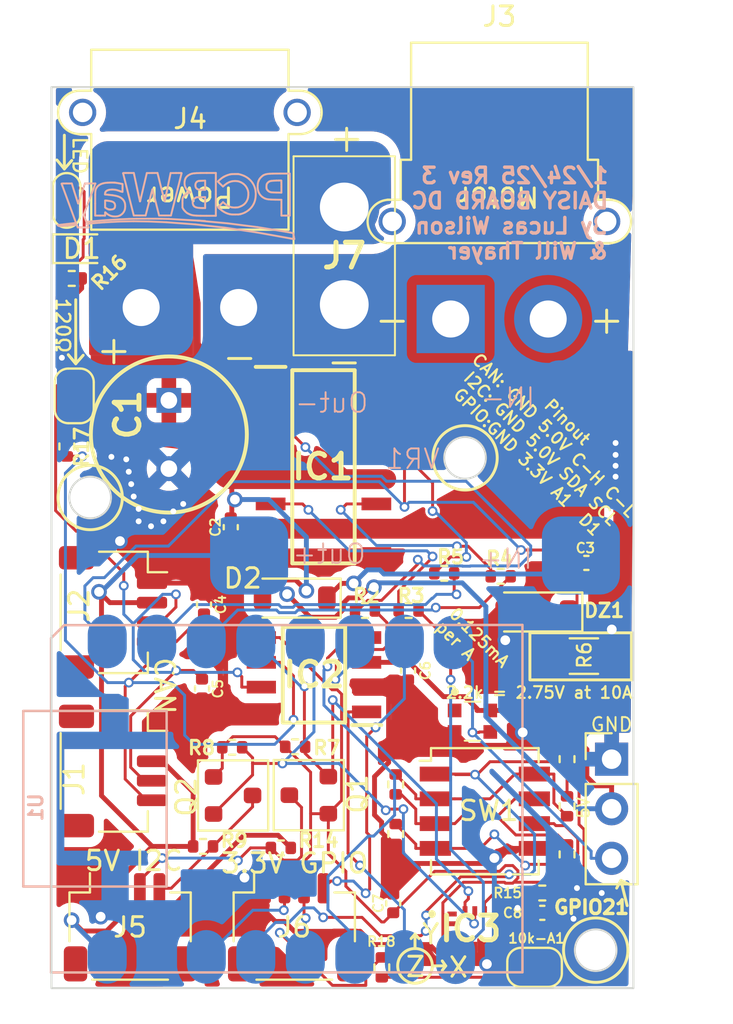
<source format=kicad_pcb>
(kicad_pcb (version 20240108) (generator "pcbnew") (generator_version "8.0")
  (layers (0 "F.Cu" signal) (31 "B.Cu" signal) (34 "B.Paste" user) (35 "F.Paste" user) (36 "B.SilkS" user "B.Silkscreen") (37 "F.SilkS" user "F.Silkscreen") (38 "B.Mask" user) (39 "F.Mask" user) (44 "Edge.Cuts" user))
  (net 0 "")
  (net 1 "GND")
  (net 2 "/OUTA")
  (net 3 "Net-(IC1-INA)")
  (net 4 "+24V")
  (net 5 "Net-(IC1-INB)")
  (net 6 "/OUTB")
  (net 7 "Net-(IC1-PWM)")
  (net 8 "+5V")
  (net 9 "Net-(IC1-SEL0)")
  (net 10 "RSENSE")
  (net 11 "CANH")
  (net 12 "CANL")
  (net 13 "CANTX")
  (net 14 "+3.3V")
  (net 15 "CANRX")
  (net 16 "Net-(R1-Pad1)")
  (net 17 "DipV")
  (net 18 "INA")
  (net 19 "INB")
  (net 20 "PWM")
  (net 21 "SEL")
  (net 22 "Net-(R10-Pad1)")
  (net 23 "Net-(R11-Pad1)")
  (net 24 "GPIO_1")
  (net 25 "GPIO_A")
  (net 26 "SDA")
  (net 27 "SCL")
  (net 28 "GPIO_2")
  (net 29 "/SCL5")
  (net 30 "/SDA5")
  (net 33 "Net-(IC3-CS)")
  (net 39 "Net-(D1-K)")
  (net 40 "Net-(JP1-A)")
  (net 42 "Net-(D2-K)")
  (net 43 "Net-(JP2-A)")
  (net 44 "Net-(JP3-B)")
  (footprint "Library:Xt30 Horizontal" (layer "F.Cu") (at 86.916 65.626)
    (property "Reference" "J4")
    (property "Value" "XT30PB")
  )
  (footprint "Resistor_SMD:R_0402_1005Metric" (layer "F.Cu") (at 103.759 88.771 -90)
    (property "Reference" "R13" (hide yes))
    (property "Value" "10k")
  )
  (footprint "Resistor_SMD:R_0402_1005Metric" (layer "F.Cu") (at 100.3554 79.4004)
    (property "Reference" "R4")
    (property "Value" "1.1k")
  )
  (footprint "SamacSys_Parts:CAPPRD350W65D800H1300" (layer "F.Cu") (at 83.3374 70.3834 -90)
    (property "Reference" "C1")
    (property "Value" "EEU-FK1E271" (hide yes))
  )
  (footprint "Connector_JST:JST_SH_SM04B-SRSS-TB_1x04-1MP_P1.00mm_Horizontal" (layer "F.Cu") (at 81.3502 97.3882)
    (property "Reference" "J5")
    (property "Value" "SM04B-SRSS-TB")
  )
  (footprint "Resistor_SMD:R_0402_1005Metric" (layer "F.Cu") (at 85.092 93.2434 180)
    (property "Reference" "R9")
    (property "Value" "10k")
  )
  (footprint "Resistor_SMD:R_0402_1005Metric" (layer "F.Cu") (at 103.759 93.6518 90)
    (property "Reference" "R11" (hide yes))
    (property "Value" "4.7k")
  )
  (footprint "Connector_PinHeader_2.54mm:PinHeader_1x03_P2.54mm_Vertical" (layer "F.Cu") (at 106.045 88.773)
    (property "Reference" "J8" (hide yes))
    (property "Value" "Conn_01x03_Pin")
  )
  (footprint "Resistor_SMD:R_0402_1005Metric" (layer "F.Cu") (at 93.3938 81.153 180)
    (property "Reference" "R2")
    (property "Value" "1.1k")
  )
  (footprint "PCM_Package_TO_SOT_SMD_AKL:SOT-23" (layer "F.Cu") (at 86.63 90.6322)
    (property "Reference" "Q2")
    (property "Value" "BSS138" (hide yes))
  )
  (footprint "Capacitor_SMD:C_0402_1005Metric" (layer "F.Cu") (at 86.5124 76.8832 -90)
    (property "Reference" "C2")
    (property "Value" "100nF")
  )
  (footprint "CutomParts:Jumper Connected 2 Pin Small" (layer "F.Cu") (at 78.105 60.198 -90)
    (property "Reference" "JP2" (hide yes))
    (property "Value" "SolderJumper_2_Open")
  )
  (footprint "Resistor_SMD:R_0402_1005Metric" (layer "F.Cu") (at 78.105 72.7456 90)
    (property "Reference" "R17")
    (property "Value" "120")
  )
  (footprint "Resistor_SMD:R_1206_3216Metric_Pad1.30x1.75mm_HandSolder" (layer "F.Cu") (at 104.6226 83.4898)
    (property "Reference" "R6")
    (property "Value" "2.2k")
  )
  (footprint "SamacSys_Parts:LSM6DS3USTR" (layer "F.Cu") (at 99.0266 97.4574)
    (property "Reference" "IC3")
    (property "Value" "LSM6DS3TR-C" (hide yes))
  )
  (footprint "Resistor_SMD:R_0402_1005Metric" (layer "F.Cu") (at 89.0798 93.3196)
    (property "Reference" "R14")
    (property "Value" "10k")
  )
  (footprint "Connector_JST:JST_SH_SM04B-SRSS-TB_1x04-1MP_P1.00mm_Horizontal" (layer "F.Cu") (at 80.4738 81.25 -90)
    (property "Reference" "J2")
    (property "Value" "SM04B-SRSS-TB")
  )
  (footprint "Resistor_SMD:R_0402_1005Metric" (layer "F.Cu") (at 78.357 64.135 180)
    (property "Reference" "R16")
    (property "Value" "1.5k")
  )
  (footprint "SamacSys_Parts:SOIC127P600X175-16N" (layer "F.Cu") (at 91.268 73.787)
    (property "Reference" "IC1")
    (property "Value" "VNH7100BASTR" (hide yes))
  )
  (footprint "Diode_SMD:D_SOD-123" (layer "F.Cu") (at 102.1832 81.2292 180)
    (property "Reference" "DZ1")
    (property "Value" "MM1Z3V3")
  )
  (footprint "LED_SMD:LED_0603_1608Metric" (layer "F.Cu") (at 78.8671 62.611)
    (property "Reference" "D1")
    (property "Value" "KT-0603R")
  )
  (footprint "Resistor_SMD:R_0402_1005Metric" (layer "F.Cu") (at 95.633 81.153 180)
    (property "Reference" "R3")
    (property "Value" "1.1k")
  )
  (footprint "JST_Sorted:XT30PB" (layer "F.Cu") (at 92.3326 65.4744 180)
    (property "Reference" "J7")
    (property "Value" "XT30PB" (hide yes))
  )
  (footprint "Resistor_SMD:R_0402_1005Metric" (layer "F.Cu") (at 103.759 91.186 90)
    (property "Reference" "R1" (hide yes))
    (property "Value" "22k")
  )
  (footprint "Resistor_SMD:R_0402_1005Metric" (layer "F.Cu") (at 86.5866 88.1634 180)
    (property "Reference" "R8")
    (property "Value" "10k")
  )
  (footprint "PCM_Package_TO_SOT_SMD_AKL:SOT-23" (layer "F.Cu") (at 90.5162 90.617 180)
    (property "Reference" "Q1")
    (property "Value" "BSS138" (hide yes))
  )
  (footprint "SamacSys_Parts:SOIC127P600X175-8N" (layer "F.Cu") (at 90.7796 84.4448 180)
    (property "Reference" "IC2")
    (property "Value" "TJA1050T_CM" (hide yes))
  )
  (footprint "Resistor_SMD:R_0402_1005Metric" (layer "F.Cu") (at 94.2594 99.441 90)
    (property "Reference" "R18")
    (property "Value" "10k 1%")
  )
  (footprint "Capacitor_SMD:C_0402_1005Metric" (layer "F.Cu") (at 94.8436 96.1644 90)
    (property "Reference" "C7")
    (property "Value" "100nF")
  )
  (footprint "Capacitor_SMD:C_0402_1005Metric" (layer "F.Cu") (at 102.489 96.647 180)
    (property "Reference" "C8")
    (property "Value" "100nF")
  )
  (footprint "Resistor_SMD:R_0402_1005Metric" (layer "F.Cu") (at 94.9706 92.6064 90)
    (property "Reference" "R12" (hide yes))
    (property "Value" "2.2k")
  )
  (footprint "Resistor_SMD:R_0402_1005Metric" (layer "F.Cu") (at 97.4598 79.248)
    (property "Reference" "R5")
    (property "Value" "1.1k")
  )
  (footprint "Jumper:SolderJumper-2_P1.3mm_Open_RoundedPad1.0x1.5mm" (layer "F.Cu") (at 78.486 70.1548 90)
    (property "Reference" "JP1" (hide yes))
    (property "Value" "SolderJumper_2_Open")
  )
  (footprint "Resistor_SMD:R_0402_1005Metric" (layer "F.Cu") (at 89.8144 88.138 180)
    (property "Reference" "R7")
    (property "Value" "10k")
  )
  (footprint "Capacitor_SMD:C_0402_1005Metric" (layer "F.Cu") (at 85.1408 80.8482 -90)
    (property "Reference" "C4")
    (property "Value" "30pF")
  )
  (footprint "Capacitor_SMD:C_0402_1005Metric" (layer "F.Cu") (at 95.6056 84.229 -90)
    (property "Reference" "C6")
    (property "Value" "100nF")
  )
  (footprint "Connector_JST:JST_SH_SM04B-SRSS-TB_1x04-1MP_P1.00mm_Horizontal" (layer "F.Cu") (at 80.4738 89.378 -90)
    (property "Reference" "J1")
    (property "Value" "SM04B-SRSS-TB")
  )
  (footprint "Resistor_SMD:R_0402_1005Metric" (layer "F.Cu") (at 102.489 95.631)
    (property "Reference" "R15")
    (property "Value" "10k")
  )
  (footprint "Capacitor_SMD:C_0402_1005Metric" (layer "F.Cu") (at 85.0392 85.151 -90)
    (property "Reference" "C5")
    (property "Value" "30pF")
  )
  (footprint "Connector_JST:JST_SH_SM04B-SRSS-TB_1x04-1MP_P1.00mm_Horizontal" (layer "F.Cu") (at 89.7696 97.3882)
    (property "Reference" "J6")
    (property "Value" "SM04B-SRSS-TB")
  )
  (footprint "Resistor_SMD:R_0402_1005Metric" (layer "F.Cu") (at 94.9706 90.0644 90)
    (property "Reference" "R10" (hide yes))
    (property "Value" "10k")
  )
  (footprint "Jumper:SolderJumper-2_P1.3mm_Open_RoundedPad1.0x1.5mm" (layer "F.Cu") (at 102.093 99.441 180)
    (property "Reference" "JP3" (hide yes))
    (property "Value" "SolderJumper_2_Open")
  )
  (footprint "Capacitor_SMD:C_0402_1005Metric" (layer "F.Cu") (at 104.7496 78.7146)
    (property "Reference" "C3")
    (property "Value" "10nF")
  )
  (footprint "Button_Switch_SMD:SW_DIP_SPSTx04_Slide_Copal_CHS-04A_W5.08mm_P1.27mm_JPin" (layer "F.Cu") (at 99.5426 91.44)
    (property "Reference" "SW1")
    (property "Value" "DSHP04TJGER")
  )
  (footprint "SamacSys_Parts:WS2812C2020" (layer "F.Cu") (at 98.907 86.826 180)
    (property "Reference" "LED1" (hide yes))
    (property "Value" "WS2812C-2020" (hide yes))
  )
  (footprint "JST_Sorted:xt30_90_Female" (layer "F.Cu") (at 97.791 66.214)
    (property "Reference" "J3")
    (property "Value" "XT30PB")
  )
  (footprint "Diode_SMD:D_SOD-123" (layer "F.Cu") (at 89.79 80.518 180)
    (property "Reference" "D2")
    (property "Value" "SS34")
  )
  (footprint "Library:EY9 reg board" (layer "B.Cu") (at 95.8342 73.8886 180)
    (property "Reference" "VR1")
    (property "Value" "~")
  )
  (footprint "Arduino:ESP32-C3 16 Pin Super Mini" (layer "B.Cu") (at 98.2964 81.9039 -90)
    (property "Reference" "U1")
    (property "Value" "MOUDLE-SEEEDUINO-XIAO-ESP32C3")
  )
  (gr_line (start 86.772107 58.784719) (end 86.702151 58.785459) (stroke (width 0.1)) (layer "B.SilkS"))
  (gr_line (start 83.278584 59.453199) (end 83.221511 59.72894) (stroke (width 0.1)) (layer "B.SilkS"))
  (gr_arc (start 80.238166 60.872605) (mid 80.208632 60.85478) (end 80.18003 60.835495) (stroke (width 0.1)) (layer "B.SilkS"))
  (gr_line (start 89.457827 61.765612) (end 89.338671 61.743742) (stroke (width 0.1)) (layer "B.SilkS"))
  (gr_line (start 78.21541 60.309059) (end 78.573169 61.279217) (stroke (width 0.1)) (layer "B.SilkS"))
  (gr_line (start 79.03506 61.058686) (end 78.993966 60.951332) (stroke (width 0.1)) (layer "B.SilkS"))
  (gr_line (start 85.949821 59.075925) (end 85.869975 59.146939) (stroke (width 0.1)) (layer "B.SilkS"))
  (gr_line (start 89.338671 61.743742) (end 87.886429 61.506017) (stroke (width 0.1)) (layer "B.SilkS"))
  (gr_arc (start 87.170299 60.356915) (mid 87.119119 60.3917) (end 87.064909 60.421543) (stroke (width 0.1)) (layer "B.SilkS"))
  (gr_line (start 89.323431 60.914526) (end 89.536791 60.914526) (stroke (width 0.1)) (layer "B.SilkS"))
  (gr_arc (start 89.768773 62.11849) (mid 89.766616 62.119805) (end 89.764096 62.119986) (stroke (width 0.1)) (layer "B.SilkS"))
  (gr_line (start 80.027031 61.260483) (end 80.776199 61.220035) (stroke (width 0.1)) (layer "B.SilkS"))
  (gr_arc (start 84.698246 59.360314) (mid 84.700599 59.323655) (end 84.707869 59.287646) (stroke (width 0.1)) (layer "B.SilkS"))
  (gr_arc (start 88.508139 59.697807) (mid 88.476951 59.68145) (end 88.447797 59.661695) (stroke (width 0.1)) (layer "B.SilkS"))
  (gr_line (start 86.50419 60.849231) (end 86.558548 60.854777) (stroke (width 0.1)) (layer "B.SilkS"))
  (gr_line (start 77.865876 61.444367) (end 78.258696 61.411851) (stroke (width 0.1)) (layer "B.SilkS"))
  (gr_line (start 81.160582 59.418655) (end 81.26513 59.832486) (stroke (width 0.1)) (layer "B.SilkS"))
  (gr_line (start 78.619797 61.405801) (end 78.628262 61.427607) (stroke (width 0.1)) (layer "B.SilkS"))
  (gr_line (start 88.853531 59.73346) (end 88.683785 59.728585) (stroke (width 0.1)) (layer "B.SilkS"))
  (gr_line (start 83.444089 60.909446) (end 83.716657 59.832486) (stroke (width 0.1)) (layer "B.SilkS"))
  (gr_line (start 81.848936 60.160446) (end 81.807896 59.972567) (stroke (width 0.1)) (layer "B.SilkS"))
  (gr_line (start 88.659016 58.763533) (end 88.519122 58.77113) (stroke (width 0.1)) (layer "B.SilkS"))
  (gr_arc (start 80.993653 58.752981) (mid 80.992706 58.747942) (end 80.992352 58.742826) (stroke (width 0.1)) (layer "B.SilkS"))
  (gr_line (start 81.565262 58.847344) (end 81.554576 58.798706) (stroke (width 0.1)) (layer "B.SilkS"))
  (gr_line (start 83.716657 59.832486) (end 83.821169 59.418644) (stroke (width 0.1)) (layer "B.SilkS"))
  (gr_arc (start 84.587084 60.369367) (mid 84.569364 60.317973) (end 84.560817 60.264286) (stroke (width 0.1)) (layer "B.SilkS"))
  (gr_line (start 81.807896 59.972567) (end 81.761925 59.760875) (stroke (width 0.1)) (layer "B.SilkS"))
  (gr_arc (start 80.129509 60.540206) (mid 80.116118 60.531875) (end 80.10328 60.522714) (stroke (width 0.1)) (layer "B.SilkS"))
  (gr_line (start 82.441442 59.769716) (end 82.493214 59.575824) (stroke (width 0.1)) (layer "B.SilkS"))
  (gr_arc (start 79.583365 59.595671) (mid 79.597669 59.552702) (end 79.61693 59.511714) (stroke (width 0.1)) (layer "B.SilkS"))
  (gr_line (start 79.485201 59.49978) (end 79.56928 59.275164) (stroke (width 0.1)) (layer "B.SilkS"))
  (gr_arc (start 81.078616 60.265949) (mid 81.087819 60.304913) (end 81.093327 60.344569) (stroke (width 0.1)) (layer "B.SilkS"))
  (gr_arc (start 89.709466 61.820934) (mid 89.712255 61.824543) (end 89.713833 61.828824) (stroke (width 0.1)) (layer "B.SilkS"))
  (gr_line (start 79.40441 59.268865) (end 79.301529 59.268606) (stroke (width 0.1)) (layer "B.SilkS"))
  (gr_line (start 84.319384 60.809296) (end 84.387088 60.841373) (stroke (width 0.1)) (layer "B.SilkS"))
  (gr_line (start 84.69609 61.365027) (end 86.211353 61.534164) (stroke (width 0.1)) (layer "B.SilkS"))
  (gr_line (start 79.559671 60.296901) (end 79.559671 60.914526) (stroke (width 0.1)) (layer "B.SilkS"))
  (gr_line (start 82.548743 59.769683) (end 82.603985 59.98531) (stroke (width 0.1)) (layer "B.SilkS"))
  (gr_line (start 89.617455 62.094761) (end 89.695384 62.108487) (stroke (width 0.1)) (layer "B.SilkS"))
  (gr_line (start 89.695384 62.108487) (end 89.764096 62.119986) (stroke (width 0.1)) (layer "B.SilkS"))
  (gr_line (start 85.038451 59.129138) (end 85.198471 59.123938) (stroke (width 0.1)) (layer "B.SilkS"))
  (gr_arc (start 88.128634 59.956992) (mid 88.075072 59.910843) (end 88.027485 59.858555) (stroke (width 0.1)) (layer "B.SilkS"))
  (gr_arc (start 87.905921 59.600154) (mid 87.897164 59.550958) (end 87.892437 59.501212) (stroke (width 0.1)) (layer "B.SilkS"))
  (gr_line (start 87.937219 59.141247) (end 87.934073 59.149754) (stroke (width 0.1)) (layer "B.SilkS"))
  (gr_line (start 84.694844 60.010302) (end 84.764585 59.974726) (stroke (width 0.1)) (layer "B.SilkS"))
  (gr_arc (start 84.184067 59.455633) (mid 84.165846 59.409756) (end 84.153024 59.362086) (stroke (width 0.1)) (layer "B.SilkS"))
  (gr_arc (start 80.26155 60.599494) (mid 80.246719 60.596184) (end 80.232221 60.59163) (stroke (width 0.1)) (layer "B.SilkS"))
  (gr_line (start 84.914163 59.136279) (end 84.97437 59.131993) (stroke (width 0.1)) (layer "B.SilkS"))
  (gr_line (start 85.046452 59.593726) (end 84.963199 59.592918) (stroke (width 0.1)) (layer "B.SilkS"))
  (gr_line (start 84.981528 59.971175) (end 85.198471 59.967625) (stroke (width 0.1)) (layer "B.SilkS"))
  (gr_line (start 84.765533 58.737997) (end 84.661179 58.745918) (stroke (width 0.1)) (layer "B.SilkS"))
  (gr_line (start 82.311618 61.074988) (end 81.684804 61.077378) (stroke (width 0.1)) (layer "B.SilkS"))
  (gr_line (start 83.909188 59.068105) (end 83.988007 58.753001) (stroke (width 0.1)) (layer "B.SilkS"))
  (gr_line (start 80.062591 59.831673) (end 80.065558 59.786746) (stroke (width 0.1)) (layer "B.SilkS"))
  (gr_arc (start 86.444092 59.197358) (mid 86.511967 59.1737) (end 86.581935 59.157231) (stroke (width 0.1)) (layer "B.SilkS"))
  (gr_line (start 86.535924 58.793157) (end 86.494797 58.798624) (stroke (width 0.1)) (layer "B.SilkS"))
  (gr_arc (start 77.83723 59.286386) (mid 77.837536 59.280172) (end 77.842318 59.276168) (stroke (width 0.1)) (layer "B.SilkS"))
  (gr_line (start 78.584629 59.988078) (end 78.48411 59.67228) (stroke (width 0.1)) (layer "B.SilkS"))
  (gr_arc (start 80.928731 59.692322) (mid 80.917703 59.690166) (end 80.906865 59.6872) (stroke (width 0.1)) (layer "B.SilkS"))
  (gr_line (start 89.110071 59.433873) (end 89.110071 59.737994) (stroke (width 0.1)) (layer "B.SilkS"))
  (gr_arc (start 80.392438 59.583587) (mid 80.462163 59.581787) (end 80.531816 59.585434) (stroke (width 0.1)) (layer "B.SilkS"))
  (gr_line (start 86.112593 59.423257) (end 86.171233 59.372785) (stroke (width 0.1)) (layer "B.SilkS"))
  (gr_arc (start 86.897694 60.485866) (mid 86.858801 60.493457) (end 86.819448 60.498114) (stroke (width 0.1)) (layer "B.SilkS"))
  (gr_arc (start 89.087669 59.116584) (mid 89.096132 59.118206) (end 89.103298 59.122979) (stroke (width 0.1)) (layer "B.SilkS"))
  (gr_arc (start 79.567135 59.691422) (mid 79.57299 59.643163) (end 79.583365 59.595671) (stroke (width 0.1)) (layer "B.SilkS"))
  (gr_line (start 84.035403 60.274446) (end 84.035151 60.503046) (stroke (width 0.1)) (layer "B.SilkS"))
  (gr_arc (start 84.200154 58.991599) (mid 84.224088 58.95395) (end 84.252885 58.919876) (stroke (width 0.1)) (layer "B.SilkS"))
  (gr_arc (start 79.716818 59.385782) (mid 79.739531 59.367968) (end 79.763122 59.351332) (stroke (width 0.1)) (layer "B.SilkS"))
  (gr_line (start 81.291951 61.08616) (end 80.820731 61.106519) (stroke (width 0.1)) (layer "B.SilkS"))
  (gr_line (start 80.844836 59.667629) (end 80.880042 59.679183) (stroke (width 0.1)) (layer "B.SilkS"))
  (gr_line (start 85.896136 59.216209) (end 85.937111 59.257643) (stroke (width 0.1)) (layer "B.SilkS"))
  (gr_arc (start 80.617244 59.597864) (mid 80.66249 59.60807) (end 80.707191 59.620451) (stroke (width 0.1)) (layer "B.SilkS"))
  (gr_line (start 84.422292 59.725161) (end 84.406708 59.730785) (stroke (width 0.1)) (layer "B.SilkS"))
  (gr_arc (start 79.213966 61.519886) (mid 79.214147 61.520775) (end 79.214231 61.521679) (stroke (width 0.1)) (layer "B.SilkS"))
  (gr_line (start 86.799674 60.498882) (end 86.722471 60.501882) (stroke (width 0.1)) (layer "B.SilkS"))
  (gr_arc (start 79.647235 59.462115) (mid 79.662589 59.441211) (end 79.679379 59.421443) (stroke (width 0.1)) (layer "B.SilkS"))
  (gr_line (start 78.681089 60.287101) (end 78.584629 59.988078) (stroke (width 0.1)) (layer "B.SilkS"))
  (gr_line (start 78.637881 61.453061) (end 78.662553 61.519046) (stroke (width 0.1)) (layer "B.SilkS"))
  (gr_line (start 89.087669 59.116557) (end 89.087669 59.116584) (stroke (width 0.1)) (layer "B.SilkS"))
  (gr_arc (start 80.283949 59.593628) (mid 80.318732 59.588286) (end 80.353767 59.584986) (stroke (width 0.1)) (layer "B.SilkS"))
  (gr_line (start 83.221511 59.72894) (end 83.172439 59.962127) (stroke (width 0.1)) (layer "B.SilkS"))
  (gr_line (start 82.668631 60.241448) (end 82.836271 60.909446) (stroke (width 0.1)) (layer "B.SilkS"))
  (gr_arc (start 87.398885 59.654211) (mid 87.407777 59.698177) (end 87.412245 59.742809) (stroke (width 0.1)) (layer "B.SilkS"))
  (gr_arc (start 86.977639 60.845309) (mid 86.933873 60.85221) (end 86.889656 60.855023) (stroke (width 0.1)) (layer "B.SilkS"))
  (gr_line (start 84.764585 59.974726) (end 84.981528 59.971175) (stroke (width 0.1)) (layer "B.SilkS"))
  (gr_line (start 83.852402 58.731646) (end 83.707844 58.732505) (stroke (width 0.1)) (layer "B.SilkS"))
  (gr_line (start 80.091718 60.76403) (end 80.108132 60.777298) (stroke (width 0.1)) (layer "B.SilkS"))
  (gr_arc (start 88.399107 59.612947) (mid 88.385648 59.596509) (end 88.373689 59.578949) (stroke (width 0.1)) (layer "B.SilkS"))
  (gr_arc (start 79.98653 59.257527) (mid 80.09594 59.238034) (end 80.206764 59.229753) (stroke (width 0.1)) (layer "B.SilkS"))
  (gr_line (start 89.653051 61.801322) (end 89.563554 61.784971) (stroke (width 0.1)) (layer "B.SilkS"))
  (gr_line (start 84.969279 58.731972) (end 84.765533 58.737997) (stroke (width 0.1)) (layer "B.SilkS"))
  (gr_line (start 83.066808 59.96836) (end 83.006785 59.735104) (stroke (width 0.1)) (layer "B.SilkS"))
  (gr_arc (start 79.867294 59.295693) (mid 79.926124 59.274148) (end 79.98653 59.257527) (stroke (width 0.1)) (layer "B.SilkS"))
  (gr_line (start 88.428966 59.645456) (end 88.408121 59.62373) (stroke (width 0.1)) (layer "B.SilkS"))
  (gr_arc (start 84.734417 59.49338) (mid 84.718443 59.464363) (end 84.70756 59.433079) (stroke (width 0.1)) (layer "B.SilkS"))
  (gr_line (start 86.737711 60.857922) (end 86.859386 60.856664) (stroke (width 0.1)) (layer "B.SilkS"))
  (gr_line (start 80.469626 59.223027) (end 80.392569 59.222387) (stroke (width 0.1)) (layer "B.SilkS"))
  (gr_line (start 82.207342 58.735206) (end 82.038529 59.446406) (stroke (width 0.1)) (layer "B.SilkS"))
  (gr_arc (start 88.253542 60.031922) (mid 88.189017 59.997908) (end 88.128634 59.956992) (stroke (width 0.1)) (layer "B.SilkS"))
  (gr_line (start 86.887641 58.785639) (end 86.835183 58.784866) (stroke (width 0.1)) (layer "B.SilkS"))
  (gr_arc (start 87.967938 59.07242) (mid 87.974289 59.060364) (end 87.981209 59.048625) (stroke (width 0.1)) (layer "B.SilkS"))
  (gr_line (start 80.07761 60.75325) (end 80.091718 60.76403) (stroke (width 0.1)) (layer "B.SilkS"))
  (gr_arc (start 86.967494 59.180172) (mid 87.005421 59.195374) (end 87.042511 59.212518) (stroke (width 0.1)) (layer "B.SilkS"))
  (gr_line (start 80.961751 59.498709) (end 80.961751 59.299869) (stroke (width 0.1)) (layer "B.SilkS"))
  (gr_line (start 84.406708 59.730785) (end 84.388177 59.736269) (stroke (width 0.1)) (layer "B.SilkS"))
  (gr_line (start 80.100691 60.143509) (end 80.119493 60.144721) (stroke (width 0.1)) (layer "B.SilkS"))
  (gr_line (start 80.880042 59.679183) (end 80.906865 59.6872) (stroke (width 0.1)) (layer "B.SilkS"))
  (gr_line (start 86.889656 60.855023) (end 86.92503 60.853105) (stroke (width 0.1)) (layer "B.SilkS"))
  (gr_line (start 89.536791 60.914526) (end 89.536791 59.837566) (stroke (width 0.1)) (layer "B.SilkS"))
  (gr_arc (start 84.875258 59.583895) (mid 84.857474 59.579232) (end 84.840045 59.573377) (stroke (width 0.1)) (layer "B.SilkS"))
  (gr_line (start 79.568506 59.270736) (end 79.491017 59.269666) (stroke (width 0.1)) (layer "B.SilkS"))
  (gr_line (start 78.863592 59.77666) (end 78.798035 59.971771) (stroke (width 0.1)) (layer "B.SilkS"))
  (gr_arc (start 87.347714 59.516372) (mid 87.376962 59.583932) (end 87.398885 59.654211) (stroke (width 0.1)) (layer "B.SilkS"))
  (gr_line (start 79.281731 60.041835) (end 79.392199 59.74786) (stroke (width 0.1)) (layer "B.SilkS"))
  (gr_arc (start 88.447797 59.661695) (mid 88.438137 59.653859) (end 88.428966 59.645456) (stroke (width 0.1)) (layer "B.SilkS"))
  (gr_arc (start 88.079625 58.932729) (mid 88.109812 58.904944) (end 88.141208 58.878533) (stroke (width 0.1)) (layer "B.SilkS"))
  (gr_line (start 81.684804 61.077378) (end 81.291951 61.08616) (stroke (width 0.1)) (layer "B.SilkS"))
  (gr_line (start 77.765399 61.450194) (end 77.865876 61.444367) (stroke (width 0.1)) (layer "B.SilkS"))
  (gr_arc (start 80.986775 60.097456) (mid 81.016639 60.13617) (end 81.042343 60.177762) (stroke (width 0.1)) (layer "B.SilkS"))
  (gr_arc (start 85.869031 60.486082) (mid 85.869684 60.482472) (end 85.871585 60.479332) (stroke (width 0.1)) (layer "B.SilkS"))
  (gr_arc (start 81.093327 60.344569) (mid 81.096624 60.3942) (end 81.097463 60.443933) (stroke (width 0.1)) (layer "B.SilkS"))
  (gr_line (start 81.841097 60.909446) (end 82.144409 60.909446) (stroke (width 0.1)) (layer "B.SilkS"))
  (gr_arc (start 79.568506 59.270736) (mid 79.569448 59.271225) (end 79.569831 59.272215) (stroke (width 0.1)) (layer "B.SilkS"))
  (gr_line (start 89.563554 61.784971) (end 89.457827 61.765612) (stroke (width 0.1)) (layer "B.SilkS"))
  (gr_line (start 86.98106 60.844498) (end 87.041786 60.830106) (stroke (width 0.1)) (layer "B.SilkS"))
  (gr_line (start 84.956609 60.923072) (end 85.270668 60.924686) (stroke (width 0.1)) (layer "B.SilkS"))
  (gr_arc (start 89.771009 62.11168) (mid 89.7707 62.11535) (end 89.768773 62.11849) (stroke (width 0.1)) (layer "B.SilkS"))
  (gr_line (start 79.10336 61.234572) (end 79.03506 61.058686) (stroke (width 0.1)) (layer "B.SilkS"))
  (gr_arc (start 81.097463 60.443933) (mid 81.095854 60.49318) (end 81.091816 60.542287) (stroke (width 0.1)) (layer "B.SilkS"))
  (gr_arc (start 84.73656 59.224421) (mid 84.757207 59.198291) (end 84.781935 59.175984) (stroke (width 0.1)) (layer "B.SilkS"))
  (gr_line (start 81.539242 58.730126) (end 81.265737 58.730126) (stroke (width 0.1)) (layer "B.SilkS"))
  (gr_arc (start 79.679379 59.421443) (mid 79.697469 59.402952) (end 79.716818 59.385782) (stroke (width 0.1)) (layer "B.SilkS"))
  (gr_arc (start 80.300714 60.904247) (mid 80.269049 60.889199) (end 80.238166 60.872605) (stroke (width 0.1)) (layer "B.SilkS"))
  (gr_line (start 80.928731 59.692322) (end 80.961751 59.697549) (stroke (width 0.1)) (layer "B.SilkS"))
  (gr_line (start 88.716532 59.125881) (end 88.851119 59.119565) (stroke (width 0.1)) (layer "B.SilkS"))
  (gr_arc (start 84.434672 59.713353) (mid 84.435977 59.714896) (end 84.436461 59.716866) (stroke (width 0.1)) (layer "B.SilkS"))
  (gr_line (start 89.110071 60.104377) (end 89.110071 60.509451) (stroke (width 0.1)) (layer "B.SilkS"))
  (gr_arc (start 78.686768 60.289156) (mid 78.683429 60.289516) (end 78.681089 60.287101) (stroke (width 0.1)) (layer "B.SilkS"))
  (gr_arc (start 81.86777 60.160471) (mid 81.866062 60.166695) (end 81.863975 60.172803) (stroke (width 0.1)) (layer "B.SilkS"))
  (gr_line (start 85.198471 59.358832) (end 85.198471 59.593726) (stroke (width 0.1)) (layer "B.SilkS"))
  (gr_arc (start 81.042343 60.177762) (mid 81.062934 60.220846) (end 81.078616 60.265949) (stroke (width 0.1)) (layer "B.SilkS"))
  (gr_line (start 78.48411 59.67228) (end 78.378292 59.332106) (stroke (width 0.1)) (layer "B.SilkS"))
  (gr_arc (start 88.027485 59.858555) (mid 87.986507 59.800833) (end 87.95279 59.73859) (stroke (width 0.1)) (layer "B.SilkS"))
  (gr_arc (start 88.343366 59.456084) (mid 88.343385 59.407353) (end 88.346459 59.358718) (stroke (width 0.1)) (layer "B.SilkS"))
  (gr_arc (start 88.469343 59.178657) (mid 88.496924 59.163601) (end 88.526223 59.152246) (stroke (width 0.1)) (layer "B.SilkS"))
  (gr_arc (start 87.401722 59.972525) (mid 87.393195 60.016501) (end 87.38032 60.059406) (stroke (width 0.1)) (layer "B.SilkS"))
  (gr_arc (start 86.799674 60.498882) (mid 86.686073 60.501087) (end 86.57304 60.489521) (stroke (width 0.1)) (layer "B.SilkS"))
  (gr_line (start 80.923651 59.289864) (end 80.859632 59.27515) (stroke (width 0.1)) (layer "B.SilkS"))
  (gr_arc (start 84.306426 59.624274) (mid 84.26996 59.586832) (end 84.237262 59.546058) (stroke (width 0.1)) (layer "B.SilkS"))
  (gr_arc (start 80.580432 60.406526) (mid 80.57708 60.451596) (end 80.566686 60.495577) (stroke (width 0.1)) (layer "B.SilkS"))
  (gr_line (start 83.329031 61.086321) (end 82.938172 61.07747) (stroke (width 0.1)) (layer "B.SilkS"))
  (gr_line (start 85.862254 59.180306) (end 85.896136 59.216209) (stroke (width 0.1)) (layer "B.SilkS"))
  (gr_arc (start 80.853859 60.893079) (mid 80.800043 60.920563) (end 80.743311 60.941371) (stroke (width 0.1)) (layer "B.SilkS"))
  (gr_line (start 85.878051 60.506088) (end 85.878073 60.506063) (stroke (width 0.1)) (layer "B.SilkS"))
  (gr_line (start 83.983471 58.735722) (end 83.931806 58.732988) (stroke (width 0.1)) (layer "B.SilkS"))
  (gr_arc (start 87.892437 59.501212) (mid 87.890698 59.441983) (end 87.891871 59.382741) (stroke (width 0.1)) (layer "B.SilkS"))
  (gr_line (start 80.153885 60.148165) (end 80.194052 60.152654) (stroke (width 0.1)) (layer "B.SilkS"))
  (gr_line (start 85.937111 59.257643) (end 85.985732 59.304237) (stroke (width 0.1)) (layer "B.SilkS"))
  (gr_arc (start 80.557783 60.960066) (mid 80.505759 60.957048) (end 80.453992 60.951063) (stroke (width 0.1)) (layer "B.SilkS"))
  (gr_line (start 80.537584 59.225) (end 80.469626 59.223027) (stroke (width 0.1)) (layer "B.SilkS"))
  (gr_arc (start 86.57304 60.489521) (mid 86.507407 60.474968) (end 86.443792 60.453227) (stroke (width 0.1)) (layer "B.SilkS"))
  (gr_arc (start 89.700689 61.814341) (mid 89.705252 61.817405) (end 89.709466 61.820934) (stroke (width 0.1)) (layer "B.SilkS"))
  (gr_line (start 89.066891 58.760693) (end 88.659016 58.763533) (stroke (width 0.1)) (layer "B.SilkS"))
  (gr_line (start 86.211353 61.534164) (end 87.803866 61.769258) (stroke (width 0.1)) (layer "B.SilkS"))
  (gr_arc (start 86.036431 59.005317) (mid 86.10824 58.954991) (end 86.184184 58.911153) (stroke (width 0.1)) (layer "B.SilkS"))
  (gr_arc (start 84.328919 58.855247) (mid 84.374006 58.826843) (end 84.421488 58.802654) (stroke (width 0.1)) (layer "B.SilkS"))
  (gr_arc (start 84.153024 59.362086) (mid 84.145297 59.314664) (end 84.141716 59.26675) (stroke (width 0.1)) (layer "B.SilkS"))
  (gr_arc (start 88.308472 58.799307) (mid 88.412956 58.778929) (end 88.519122 58.77113) (stroke (width 0.1)) (layer "B.SilkS"))
  (gr_line (start 80.820731 61.106519) (end 80.369283 61.131993) (stroke (width 0.1)) (layer "B.SilkS"))
  (gr_line (start 80.194052 60.152654) (end 80.221571 60.156048) (stroke (width 0.1)) (layer "B.SilkS"))
  (gr_line (start 80.580751 59.228311) (end 80.537584 59.225) (stroke (width 0.1)) (layer "B.SilkS"))
  (gr_line (start 86.115224 60.22472) (end 85.992127 60.350267) (stroke (width 0.1)) (layer "B.SilkS"))
  (gr_line (start 78.612273 61.38681) (end 78.619797 61.405801) (stroke (width 0.1)) (layer "B.SilkS"))
  (gr_arc (start 85.858871 59.171704) (mid 85.861754 59.158122) (end 85.869975 59.146939) (stroke (width 0.1)) (layer "B.SilkS"))
  (gr_arc (start 86.447775 58.809054) (mid 86.491507 58.799208) (end 86.535924 58.793157) (stroke (width 0.1)) (layer "B.SilkS"))
  (gr_line (start 82.755056 58.729809) (end 82.481199 58.732507) (stroke (width 0.1)) (layer "B.SilkS"))
  (gr_arc (start 84.70756 59.433079) (mid 84.700658 59.396984) (end 84.698246 59.360314) (stroke (width 0.1)) (layer "B.SilkS"))
  (gr_line (start 84.760509 60.917227) (end 84.956609 60.923072) (stroke (width 0.1)) (layer "B.SilkS"))
  (gr_line (start 83.006785 59.735104) (end 82.936683 59.456781) (stroke (width 0.1)) (layer "B.SilkS"))
  (gr_arc (start 86.443792 60.453227) (mid 86.379822 60.423361) (end 86.319284 60.387039) (stroke (width 0.1)) (layer "B.SilkS"))
  (gr_line (start 86.183618 60.283584) (end 86.115224 60.22472) (stroke (width 0.1)) (layer "B.SilkS"))
  (gr_line (start 83.121149 60.176543) (end 83.066808 59.96836) (stroke (width 0.1)) (layer "B.SilkS"))
  (gr_arc (start 86.896047 59.159089) (mid 86.932132 59.168407) (end 86.967494 59.180172) (stroke (width 0.1)) (layer "B.SilkS"))
  (gr_line (start 79.170335 60.338144) (end 79.281731 60.041835) (stroke (width 0.1)) (layer "B.SilkS"))
  (gr_line (start 79.154325 61.363686) (end 79.14514 61.337611) (stroke (width 0.1)) (layer "B.SilkS"))
  (gr_line (start 87.967938 59.07242) (end 87.952412 59.10534) (stroke (width 0.1)) (layer "B.SilkS"))
  (gr_arc (start 84.936633 59.591352) (mid 84.905756 59.589184) (end 84.875258 59.583895) (stroke (width 0.1)) (layer "B.SilkS"))
  (gr_line (start 80.707191 59.620451) (end 80.809351 59.654932) (stroke (width 0.1)) (layer "B.SilkS"))
  (gr_line (start 82.481199 58.732507) (end 82.207342 58.735206) (stroke (width 0.1)) (layer "B.SilkS"))
  (gr_line (start 79.20379 61.493125) (end 79.192313 61.463276) (stroke (width 0.1)) (layer "B.SilkS"))
  (gr_line (start 78.101711 61.34687) (end 77.943808 61.365327) (stroke (width 0.1)) (layer "B.SilkS"))
  (gr_line (start 82.938172 61.07747) (end 82.311618 61.074988) (stroke (width 0.1)) (layer "B.SilkS"))
  (gr_line (start 86.835183 58.784866) (end 86.772107 58.784719) (stroke (width 0.1)) (layer "B.SilkS"))
  (gr_line (start 80.067671 60.833246) (end 80.068107 60.802081) (stroke (width 0.1)) (layer "B.SilkS"))
  (gr_arc (start 82.495911 59.57348) (mid 82.497543 59.574027) (end 82.4985 59.575461) (stroke (width 0.1)) (layer "B.SilkS"))
  (gr_arc (start 80.743311 60.941371) (mid 80.702305 60.951407) (end 80.660484 60.957173) (stroke (width 0.1)) (layer "B.SilkS"))
  (gr_arc (start 88.380104 59.264304) (mid 88.397976 59.241382) (end 88.41767 59.220005) (stroke (width 0.1)) (layer "B.SilkS"))
  (gr_line (start 83.172439 59.962127) (end 83.127916 60.171399) (stroke (width 0.1)) (layer "B.SilkS"))
  (gr_line (start 89.110071 59.737994) (end 88.853531 59.73346) (stroke (width 0.1)) (layer "B.SilkS"))
  (gr_line (start 78.378292 59.332106) (end 78.358743 59.268606) (stroke (width 0.1)) (layer "B.SilkS"))
  (gr_line (start 81.523202 61.205744) (end 82.316671 61.217417) (stroke (width 0.1)) (layer "B.SilkS"))
  (gr_line (start 79.560793 59.854246) (end 79.559671 60.296901) (stroke (width 0.1)) (layer "B.SilkS"))
  (gr_arc (start 81.858218 60.183006) (mid 81.856891 60.182593) (end 81.856028 60.181507) (stroke (width 0.1)) (layer "B.SilkS"))
  (gr_arc (start 78.978072 60.901955) (mid 78.975451 60.887614) (end 78.974901 60.873046) (stroke (width 0.1)) (layer "B.SilkS"))
  (gr_line (start 80.108132 60.777298) (end 80.126466 60.793049) (stroke (width 0.1)) (layer "B.SilkS"))
  (gr_line (start 78.628262 61.427607) (end 78.637881 61.453061) (stroke (width 0.1)) (layer "B.SilkS"))
  (gr_arc (start 83.983471 58.735722) (mid 83.987662 58.738132) (end 83.989328 58.742665) (stroke (width 0.1)) (layer "B.SilkS"))
  (gr_line (start 85.944944 60.399131) (end 85.905191 60.441951) (stroke (width 0.1)) (layer "B.SilkS"))
  (gr_line (start 85.878051 60.506088) (end 85.949047 60.568256) (stroke (width 0.1)) (layer "B.SilkS"))
  (gr_arc (start 84.045741 60.029194) (mid 84.051468 60.008441) (end 84.058716 59.988168) (stroke (width 0.1)) (layer "B.SilkS"))
  (gr_arc (start 78.974901 60.873046) (mid 78.976543 60.858614) (end 78.980451 60.844625) (stroke (width 0.1)) (layer "B.SilkS"))
  (gr_line (start 78.391154 61.31337) (end 78.101711 61.34687) (stroke (width 0.1)) (layer "B.SilkS"))
  (gr_line (start 88.976087 59.116868) (end 89.087669 59.116557) (stroke (width 0.1)) (layer "B.SilkS"))
  (gr_arc (start 88.683785 59.728585) (mid 88.628054 59.725412) (end 88.572745 59.717864) (stroke (width 0.1)) (layer "B.SilkS"))
  (gr_line (start 86.269928 58.870133) (end 86.189381 58.908176) (stroke (width 0.1)) (layer "B.SilkS"))
  (gr_line (start 79.178687 61.428367) (end 79.165241 61.393474) (stroke (width 0.1)) (layer "B.SilkS"))
  (gr_line (start 88.802731 60.099041) (end 89.110071 60.104377) (stroke (width 0.1)) (layer "B.SilkS"))
  (gr_line (start 87.886429 61.506017) (end 86.357332 61.312501) (stroke (width 0.1)) (layer "B.SilkS"))
  (gr_arc (start 84.523487 58.766719) (mid 84.591803 58.752808) (end 84.661179 58.745918) (stroke (width 0.1)) (layer "B.SilkS"))
  (gr_line (start 78.741675 60.136778) (end 78.69078 60.284144) (stroke (width 0.1)) (layer "B.SilkS"))
  (gr_line (start 84.103712 60.618163) (end 84.155911 60.679062) (stroke (width 0.1)) (layer "B.SilkS"))
  (gr_line (start 79.213966 61.519886) (end 79.20379 61.493125) (stroke (width 0.1)) (layer "B.SilkS"))
  (gr_line (start 79.133203 61.522844) (end 79.213131 61.522808) (stroke (width 0.1)) (layer "B.SilkS"))
  (gr_arc (start 84.058716 59.988168) (mid 84.078888 59.948004) (end 84.10555 59.911819) (stroke (width 0.1)) (layer "B.SilkS"))
  (gr_line (start 80.068107 60.802081) (end 80.069451 60.775842) (stroke (width 0.1)) (layer "B.SilkS"))
  (gr_arc (start 79.14514 61.337611) (mid 79.145095 61.336399) (end 79.145667 61.335316) (stroke (width 0.1)) (layer "B.SilkS"))
  (gr_arc (start 84.781935 59.175984) (mid 84.809681 59.158509) (end 84.840053 59.146146) (stroke (width 0.1)) (layer "B.SilkS"))
  (gr_line (start 80.993653 58.752981) (end 81.072531 59.068152) (stroke (width 0.1)) (layer "B.SilkS"))
  (gr_line (start 85.992127 60.350267) (end 85.944944 60.399131) (stroke (width 0.1)) (layer "B.SilkS"))
  (gr_line (start 78.990737 60.816583) (end 79.074313 60.593839) (stroke (width 0.1)) (layer "B.SilkS"))
  (gr_line (start 80.75901 59.256181) (end 80.656101 59.238671) (stroke (width 0.1)) (layer "B.SilkS"))
  (gr_arc (start 86.310217 59.2679) (mid 86.375436 59.229368) (end 86.444092 59.197358) (stroke (width 0.1)) (layer "B.SilkS"))
  (gr_line (start 79.567135 59.691422) (end 79.560793 59.854246) (stroke (width 0.1)) (layer "B.SilkS"))
  (gr_arc (start 80.306234 60.603325) (mid 80.283804 60.602431) (end 80.26155 60.599494) (stroke (width 0.1)) (layer "B.SilkS"))
  (gr_arc (start 86.50419 60.849231) (mid 86.478605 60.845054) (end 86.453231 60.839747) (stroke (width 0.1)) (layer "B.SilkS"))
  (gr_arc (start 80.560197 60.30763) (mid 80.575207 60.356076) (end 80.580432 60.406526) (stroke (width 0.1)) (layer "B.SilkS"))
  (gr_line (start 88.851119 59.119565) (end 88.976087 59.116868) (stroke (width 0.1)) (layer "B.SilkS"))
  (gr_line (start 81.606092 59.036656) (end 81.565262 58.847344) (stroke (width 0.1)) (layer "B.SilkS"))
  (gr_line (start 87.945671 59.121272) (end 87.937219 59.141247) (stroke (width 0.1)) (layer "B.SilkS"))
  (gr_line (start 80.859632 59.27515) (end 80.75901 59.256181) (stroke (width 0.1)) (layer "B.SilkS"))
  (gr_arc (start 84.252885 58.919876) (mid 84.289337 58.88572) (end 84.328919 58.855247) (stroke (width 0.1)) (layer "B.SilkS"))
  (gr_arc (start 88.346459 59.358718) (mid 88.350564 59.33257) (end 88.357817 59.307115) (stroke (width 0.1)) (layer "B.SilkS"))
  (gr_line (start 80.316591 59.223368) (end 80.206764 59.229753) (stroke (width 0.1)) (layer "B.SilkS"))
  (gr_arc (start 86.187297 60.737567) (mid 86.114824 60.694006) (end 86.045871 60.645066) (stroke (width 0.1)) (layer "B.SilkS"))
  (gr_arc (start 80.949826 60.819761) (mid 80.904049 60.859309) (end 80.853859 60.893079) (stroke (width 0.1)) (layer "B.SilkS"))
  (gr_line (start 85.270668 60.924686) (end 85.747111 60.924686) (stroke (width 0.1)) (layer "B.SilkS"))
  (gr_arc (start 86.581935 59.157231) (mid 86.65698 59.147082) (end 86.732631 59.143662) (stroke (width 0.1)) (layer "B.SilkS"))
  (gr_arc (start 77.666688 61.400652) (mid 77.677311 61.398437) (end 77.688038 61.396801) (stroke (width 0.1)) (layer "B.SilkS"))
  (gr_arc (start 84.237262 59.546058) (mid 84.208494 59.502122) (end 84.184067 59.455633) (stroke (width 0.1)) (layer "B.SilkS"))
  (gr_line (start 81.537785 60.909446) (end 81.841097 60.909446) (stroke (width 0.1)) (layer "B.SilkS"))
  (gr_line (start 84.404626 59.693147) (end 84.421296 59.703903) (stroke (width 0.1)) (layer "B.SilkS"))
  (gr_line (start 80.067671 60.31896) (end 80.067671 60.142366) (stroke (width 0.1)) (layer "B.SilkS"))
  (gr_arc (start 80.221571 60.156048) (mid 80.312125 60.169801) (end 80.401592 60.189418) (stroke (width 0.1)) (layer "B.SilkS"))
  (gr_arc (start 80.566686 60.495577) (mid 80.550512 60.529048) (end 80.525749 60.556774) (stroke (width 0.1)) (layer "B.SilkS"))
  (gr_arc (start 77.712907 61.446673) (mid 77.692539 61.441149) (end 77.673605 61.431829) (stroke (width 0.1)) (layer "B.SilkS"))
  (gr_arc (start 87.32689 60.177191) (mid 87.294666 60.228389) (end 87.257339 60.275995) (stroke (width 0.1)) (layer "B.SilkS"))
  (gr_line (start 81.708419 59.512446) (end 81.654238 59.260284) (stroke (width 0.1)) (layer "B.SilkS"))
  (gr_arc (start 79.214231 61.521679) (mid 79.213926 61.522488) (end 79.213131 61.522808) (stroke (width 0.1)) (layer "B.SilkS"))
  (gr_line (start 87.803866 61.769258) (end 89.525858 62.077518) (stroke (width 0.1)) (layer "B.SilkS"))
  (gr_line (start 79.491017 59.269666) (end 79.40441 59.268865) (stroke (width 0.1)) (layer "B.SilkS"))
  (gr_arc (start 81.860387 60.181589) (mid 81.85951 60.182611) (end 81.858218 60.183006) (stroke (width 0.1)) (layer "B.SilkS"))
  (gr_arc (start 80.065558 59.786746) (mid 80.068682 59.761755) (end 80.074703 59.737299) (stroke (width 0.1)) (layer "B.SilkS"))
  (gr_line (start 86.608951 58.787858) (end 86.544979 58.791953) (stroke (width 0.1)) (layer "B.SilkS"))
  (gr_line (start 89.72739 61.885134) (end 89.713833 61.828824) (stroke (width 0.1)) (layer "B.SilkS"))
  (gr_line (start 84.963199 59.592918) (end 84.936633 59.591352) (stroke (width 0.1)) (layer "B.SilkS"))
  (gr_line (start 85.282291 58.730213) (end 84.969279 58.731972) (stroke (width 0.1)) (layer "B.SilkS"))
  (gr_arc (start 87.38032 60.059406) (mid 87.356085 60.119423) (end 87.32689 60.177191) (stroke (width 0.1)) (layer "B.SilkS"))
  (gr_arc (start 81.854404 60.177448) (mid 81.851262 60.169078) (end 81.848936 60.160446) (stroke (width 0.1)) (layer "B.SilkS"))
  (gr_line (start 85.198471 60.528446) (end 85.094331 60.527929) (stroke (width 0.1)) (layer "B.SilkS"))
  (gr_line (start 83.821169 59.418644) (end 83.909188 59.068105) (stroke (width 0.1)) (layer "B.SilkS"))
  (gr_arc (start 83.127916 60.171399) (mid 83.126695 60.174669) (end 83.124611 60.177473) (stroke (width 0.1)) (layer "B.SilkS"))
  (gr_line (start 80.603563 59.898377) (end 80.450483 59.871794) (stroke (width 0.1)) (layer "B.SilkS"))
  (gr_line (start 89.536791 58.760606) (end 89.066891 58.760693) (stroke (width 0.1)) (layer "B.SilkS"))
  (gr_line (start 85.985732 59.304237) (end 86.112593 59.423257) (stroke (width 0.1)) (layer "B.SilkS"))
  (gr_arc (start 80.169295 59.632123) (mid 80.196722 59.619471) (end 80.224993 59.608839) (stroke (width 0.1)) (layer "B.SilkS"))
  (gr_arc (start 87.012312 60.444878) (mid 86.956162 60.468614) (end 86.897694 60.485866) (stroke (width 0.1)) (layer "B.SilkS"))
  (gr_line (start 83.707844 58.732505) (end 83.426257 58.735206) (stroke (width 0.1)) (layer "B.SilkS"))
  (gr_arc (start 84.560817 60.264286) (mid 84.559883 60.220596) (end 84.563282 60.177028) (stroke (width 0.1)) (layer "B.SilkS"))
  (gr_line (start 85.198471 59.593726) (end 85.046452 59.593726) (stroke (width 0.1)) (layer "B.SilkS"))
  (gr_line (start 89.110071 60.509451) (end 89.110071 60.914526) (stroke (width 0.1)) (layer "B.SilkS"))
  (gr_arc (start 84.623573 60.906209) (mid 84.570366 60.898543) (end 84.517751 60.887524) (stroke (width 0.1)) (layer "B.SilkS"))
  (gr_arc (start 87.586594 60.473229) (mid 87.514407 60.555187) (end 87.433804 60.628883) (stroke (width 0.1)) (layer "B.SilkS"))
  (gr_arc (start 88.373689 59.578949) (mid 88.364556 59.563316) (end 88.356222 59.547242) (stroke (width 0.1)) (layer "B.SilkS"))
  (gr_line (start 83.207111 61.25535) (end 84.69609 61.365027) (stroke (width 0.1)) (layer "B.SilkS"))
  (gr_arc (start 88.526223 59.152246) (mid 88.563641 59.142355) (end 88.60182 59.136008) (stroke (width 0.1)) (layer "B.SilkS"))
  (gr_arc (start 81.091816 60.542287) (mid 81.08576 60.580217) (end 81.075847 60.617327) (stroke (width 0.1)) (layer "B.SilkS"))
  (gr_line (start 78.09452 59.268606) (end 77.931275 59.269008) (stroke (width 0.1)) (layer "B.SilkS"))
  (gr_arc (start 84.267647 60.77865) (mid 84.224978 60.746138) (end 84.186244 60.709025) (stroke (width 0.1)) (layer "B.SilkS"))
  (gr_line (start 84.9311 60.522311) (end 84.898441 60.520152) (stroke (width 0.1)) (layer "B.SilkS"))
  (gr_line (start 86.355911 58.837159) (end 86.269928 58.870133) (stroke (width 0.1)) (layer "B.SilkS"))
  (gr_line (start 81.761925 59.760875) (end 81.708419 59.512446) (stroke (width 0.1)) (layer "B.SilkS"))
  (gr_line (start 89.536791 59.837566) (end 89.536791 58.760606) (stroke (width 0.1)) (layer "B.SilkS"))
  (gr_line (start 84.035151 60.503046) (end 84.069026 60.565495) (stroke (width 0.1)) (layer "B.SilkS"))
  (gr_line (start 81.863975 60.172803) (end 81.860387 60.181589) (stroke (width 0.1)) (layer "B.SilkS"))
  (gr_arc (start 77.842318 59.276168) (mid 77.860746 59.272285) (end 77.879529 59.270921) (stroke (width 0.1)) (layer "B.SilkS"))
  (gr_line (start 79.781121 61.279111) (end 80.027031 61.260483) (stroke (width 0.1)) (layer "B.SilkS"))
  (gr_line (start 89.108081 59.217098) (end 89.109583 59.316795) (stroke (width 0.1)) (layer "B.SilkS"))
  (gr_line (start 84.421296 59.703903) (end 84.434672 59.713353) (stroke (width 0.1)) (layer "B.SilkS"))
  (gr_arc (start 84.840045 59.573377) (mid 84.808331 59.558914) (end 84.778936 59.540182) (stroke (width 0.1)) (layer "B.SilkS"))
  (gr_line (start 78.393067 61.400793) (end 78.50656 61.391844) (stroke (width 0.1)) (layer "B.SilkS"))
  (gr_arc (start 88.41767 59.220005) (mid 88.442361 59.197899) (end 88.469343 59.178657) (stroke (width 0.1)) (layer "B.SilkS"))
  (gr_line (start 79.192313 61.463276) (end 79.178687 61.428367) (stroke (width 0.1)) (layer "B.SilkS"))
  (gr_line (start 85.198471 59.967625) (end 85.198471 60.528446) (stroke (width 0.1)) (layer "B.SilkS"))
  (gr_arc (start 87.891871 59.382741) (mid 87.895899 59.324473) (end 87.902796 59.266474) (stroke (width 0.1)) (layer "B.SilkS"))
  (gr_line (start 80.347061 60.604001) (end 80.306234 60.603325) (stroke (width 0.1)) (layer "B.SilkS"))
  (gr_arc (start 84.282575 59.776681) (mid 84.334359 59.753818) (end 84.388177 59.736269) (stroke (width 0.1)) (layer "B.SilkS"))
  (gr_arc (start 81.025373 60.72594) (mid 80.99043 60.77513) (end 80.949826 60.819761) (stroke (width 0.1)) (layer "B.SilkS"))
  (gr_arc (start 80.367489 60.930348) (mid 80.3338 60.91807) (end 80.300714 60.904247) (stroke (width 0.1)) (layer "B.SilkS"))
  (gr_line (start 86.702151 58.785459) (end 86.608951 58.787858) (stroke (width 0.1)) (layer "B.SilkS"))
  (gr_line (start 81.973396 59.720158) (end 81.917613 59.953168) (stroke (width 0.1)) (layer "B.SilkS"))
  (gr_line (start 80.197368 60.577229) (end 80.172434 60.56482) (stroke (width 0.1)) (layer "B.SilkS"))
  (gr_line (start 87.934073 59.149754) (end 87.924806 59.174811) (stroke (width 0.1)) (layer "B.SilkS"))
  (gr_arc (start 84.141716 59.26675) (mid 84.142126 59.217113) (end 84.146445 59.167663) (stroke (width 0.1)) (layer "B.SilkS"))
  (gr_line (start 85.747111 59.827406) (end 85.747111 58.730126) (stroke (width 0.1)) (layer "B.SilkS"))
  (gr_line (start 80.961751 59.697549) (end 80.961751 59.498709) (stroke (width 0.1)) (layer "B.SilkS"))
  (gr_arc (start 81.075847 60.617327) (mid 81.053941 60.673182) (end 81.025373 60.72594) (stroke (width 0.1)) (layer "B.SilkS"))
  (gr_line (start 84.989062 60.525116) (end 84.9311 60.522311) (stroke (width 0.1)) (layer "B.SilkS"))
  (gr_line (start 80.067671 60.142366) (end 80.100691 60.143509) (stroke (width 0.1)) (layer "B.SilkS"))
  (gr_line (start 77.873156 59.381089) (end 78.21541 60.309059) (stroke (width 0.1)) (layer "B.SilkS"))
  (gr_line (start 80.250551 59.849254) (end 80.062591 59.831673) (stroke (width 0.1)) (layer "B.SilkS"))
  (gr_line (start 81.26513 59.832486) (end 81.537785 60.909446) (stroke (width 0.1)) (layer "B.SilkS"))
  (gr_line (start 77.931275 59.269008) (end 77.879529 59.270921) (stroke (width 0.1)) (layer "B.SilkS"))
  (gr_arc (start 87.257339 60.275995) (mid 87.215951 60.318749) (end 87.170299 60.356915) (stroke (width 0.1)) (layer "B.SilkS"))
  (gr_arc (start 84.58477 60.109129) (mid 84.60374 60.080164) (end 84.627782 60.055247) (stroke (width 0.1)) (layer "B.SilkS"))
  (gr_arc (start 83.124611 60.177473) (mid 83.1226 60.178027) (end 83.121149 60.176543) (stroke (width 0.1)) (layer "B.SilkS"))
  (gr_arc (start 89.689081 61.808866) (mid 89.695016 61.811325) (end 89.700689 61.814341) (stroke (width 0.1)) (layer "B.SilkS"))
  (gr_arc (start 80.660484 60.957173) (mid 80.609175 60.960094) (end 80.557783 60.960066) (stroke (width 0.1)) (layer "B.SilkS"))
  (gr_line (start 79.559671 60.914526) (end 79.813671 60.914526) (stroke (width 0.1)) (layer "B.SilkS"))
  (gr_line (start 80.069451 60.775842) (end 80.071272 60.754479) (stroke (width 0.1)) (layer "B.SilkS"))
  (gr_line (start 80.656101 59.238671) (end 80.580751 59.228311) (stroke (width 0.1)) (layer "B.SilkS"))
  (gr_arc (start 79.763122 59.351332) (mid 79.81384 59.320951) (end 79.867294 59.295693) (stroke (width 0.1)) (layer "B.SilkS"))
  (gr_arc (start 89.677619 61.805709) (mid 89.683408 61.807076) (end 89.689081 61.808866) (stroke (width 0.1)) (layer "B.SilkS"))
  (gr_line (start 82.4985 59.575461) (end 82.548743 59.769683) (stroke (width 0.1)) (layer "B.SilkS"))
  (gr_line (start 89.771009 62.11168) (end 89.748426 61.992097) (stroke (width 0.1)) (layer "B.SilkS"))
  (gr_arc (start 87.448293 59.038806) (mid 87.549878 59.138481) (end 87.636089 59.251717) (stroke (width 0.1)) (layer "B.SilkS"))
  (gr_arc (start 87.433804 60.628883) (mid 87.344453 60.694513) (end 87.248644 60.750295) (stroke (width 0.1)) (layer "B.SilkS"))
  (gr_line (start 86.447775 58.809054) (end 86.355911 58.837159) (stroke (width 0.1)) (layer "B.SilkS"))
  (gr_arc (start 89.103298 59.122979) (mid 89.105311 59.125925) (end 89.106059 59.129411) (stroke (width 0.1)) (layer "B.SilkS"))
  (gr_line (start 80.369283 61.131993) (end 79.920169 61.163675) (stroke (width 0.1)) (layer "B.SilkS"))
  (gr_line (start 86.357332 61.312501) (end 84.816523 61.1702) (stroke (width 0.1)) (layer "B.SilkS"))
  (gr_arc (start 87.760117 60.11204) (mid 87.733594 60.203746) (end 87.697868 60.292273) (stroke (width 0.1)) (layer "B.SilkS"))
  (gr_arc (start 80.094816 59.695167) (mid 80.10933 59.676569) (end 80.126372 59.660257) (stroke (width 0.1)) (layer "B.SilkS"))
  (gr_line (start 80.145715 60.550015) (end 80.129509 60.540206) (stroke (width 0.1)) (layer "B.SilkS"))
  (gr_line (start 82.603985 59.98531) (end 82.668631 60.241448) (stroke (width 0.1)) (layer "B.SilkS"))
  (gr_line (start 79.455975 61.202682) (end 79.10336 61.234572) (stroke (width 0.1)) (layer "B.SilkS"))
  (gr_line (start 80.10328 60.522714) (end 80.067671 60.495554) (stroke (width 0.1)) (layer "B.SilkS"))
  (gr_arc (start 87.412245 59.742809) (mid 87.413741 59.80037) (end 87.412483 59.857936) (stroke (width 0.1)) (layer "B.SilkS"))
  (gr_arc (start 80.453992 60.951063) (mid 80.410267 60.942682) (end 80.367489 60.930348) (stroke (width 0.1)) (layer "B.SilkS"))
  (gr_line (start 82.316671 61.217417) (end 83.207111 61.25535) (stroke (width 0.1)) (layer "B.SilkS"))
  (gr_arc (start 86.905351 58.787449) (mid 87.055433 58.82548) (end 87.199909 58.881135) (stroke (width 0.1)) (layer "B.SilkS"))
  (gr_arc (start 80.992352 58.742826) (mid 80.994156 58.738121) (end 80.998708 58.735959) (stroke (width 0.1)) (layer "B.SilkS"))
  (gr_arc (start 84.563282 60.177028) (mid 84.570979 60.142114) (end 84.58477 60.109129) (stroke (width 0.1)) (layer "B.SilkS"))
  (gr_line (start 86.184184 58.911153) (end 86.113753 58.951496) (stroke (width 0.1)) (layer "B.SilkS"))
  (gr_arc (start 87.412483 59.857936) (mid 87.408475 59.915359) (end 87.401722 59.972525) (stroke (width 0.1)) (layer "B.SilkS"))
  (gr_line (start 89.748426 61.992097) (end 89.72739 61.885134) (stroke (width 0.1)) (layer "B.SilkS"))
  (gr_arc (start 86.820424 59.147449) (mid 86.858428 59.15202) (end 86.896047 59.159089) (stroke (width 0.1)) (layer "B.SilkS"))
  (gr_arc (start 80.073732 60.751966) (mid 80.07577 60.752302) (end 80.07761 60.75325) (stroke (width 0.1)) (layer "B.SilkS"))
  (gr_line (start 88.60182 59.136008) (end 88.716532 59.125881) (stroke (width 0.1)) (layer "B.SilkS"))
  (gr_line (start 84.036167 60.135042) (end 84.035403 60.274446) (stroke (width 0.1)) (layer "B.SilkS"))
  (gr_arc (start 88.572745 59.717864) (mid 88.539808 59.709876) (end 88.508139 59.697807) (stroke (width 0.1)) (layer "B.SilkS"))
  (gr_arc (start 87.791166 59.907429) (mid 87.779733 60.010355) (end 87.760117 60.11204) (stroke (width 0.1)) (layer "B.SilkS"))
  (gr_arc (start 87.981209 59.048625) (mid 88.000537 59.020157) (end 88.022057 58.993307) (stroke (width 0.1)) (layer "B.SilkS"))
  (gr_line (start 79.920169 61.163675) (end 79.455975 61.202682) (stroke (width 0.1)) (layer "B.SilkS"))
  (gr_arc (start 86.362043 60.814046) (mid 86.317283 60.798016) (end 86.273302 60.779957) (stroke (width 0.1)) (layer "B.SilkS"))
  (gr_arc (start 78.69078 60.284144) (mid 78.689209 60.286999) (end 78.686768 60.289156) (stroke (width 0.1)) (layer "B.SilkS"))
  (gr_arc (start 78.573169 61.279217) (mid 78.573905 61.281931) (end 78.574151 61.284733) (stroke (width 0.1)) (layer "B.SilkS"))
  (gr_line (start 82.038529 59.446406) (end 81.973396 59.720158) (stroke (width 0.1)) (layer "B.SilkS"))
  (gr_arc (start 80.18003 60.835495) (mid 80.152701 60.814963) (end 80.126466 60.793049) (stroke (width 0.1)) (layer "B.SilkS"))
  (gr_line (start 88.579142 60.092736) (end 88.802731 60.099041) (stroke (width 0.1)) (layer "B.SilkS"))
  (gr_arc (start 87.95279 59.73859) (mid 87.925562 59.670656) (end 87.905921 59.600154) (stroke (width 0.1)) (layer "B.SilkS"))
  (gr_arc (start 88.340039 60.062624) (mid 88.296107 60.049199) (end 88.253542 60.031922) (stroke (width 0.1)) (layer "B.SilkS"))
  (gr_line (start 78.980451 60.844625) (end 78.990737 60.816583) (stroke (width 0.1)) (layer "B.SilkS"))
  (gr_arc (start 84.898441 60.520152) (mid 84.820216 60.511661) (end 84.743334 60.494915) (stroke (width 0.1)) (layer "B.SilkS"))
  (gr_arc (start 87.636089 59.251717) (mid 87.704239 59.375145) (end 87.753403 59.507287) (stroke (width 0.1)) (layer "B.SilkS"))
  (gr_arc (start 80.126372 59.660257) (mid 80.14705 59.644995) (end 80.169295 59.632123) (stroke (width 0.1)) (layer "B.SilkS"))
  (gr_arc (start 84.707869 59.287646) (mid 84.7197 59.254893) (end 84.73656 59.224421) (stroke (width 0.1)) (layer "B.SilkS"))
  (gr_arc (start 84.166315 59.073172) (mid 84.181087 59.031494) (end 84.200154 58.991599) (stroke (width 0.1)) (layer "B.SilkS"))
  (gr_arc (start 88.022057 58.993307) (mid 88.050165 58.962375) (end 88.079625 58.932729) (stroke (width 0.1)) (layer "B.SilkS"))
  (gr_arc (start 78.574151 61.284733) (mid 78.572773 61.288551) (end 78.569199 61.290424) (stroke (width 0.1)) (layer "B.SilkS"))
  (gr_line (start 86.558548 60.854777) (end 86.629515 60.857467) (stroke (width 0.1)) (layer "B.SilkS"))
  (gr_arc (start 80.401592 60.189418) (mid 80.455123 60.208502) (end 80.504139 60.237263) (stroke (width 0.1)) (layer "B.SilkS"))
  (gr_arc (start 80.531816 59.585434) (mid 80.574695 59.590518) (end 80.617244 59.597864) (stroke (width 0.1)) (layer "B.SilkS"))
  (gr_arc (start 87.902796 59.266474) (mid 87.914966 59.207184) (end 87.934073 59.149754) (stroke (width 0.1)) (layer "B.SilkS"))
  (gr_line (start 85.198471 59.123938) (end 85.198471 59.358832) (stroke (width 0.1)) (layer "B.SilkS"))
  (gr_arc (start 87.268991 59.393612) (mid 87.311686 59.452854) (end 87.347714 59.516372) (stroke (width 0.1)) (layer "B.SilkS"))
  (gr_line (start 80.392438 59.583587) (end 80.443591 59.581736) (stroke (width 0.1)) (layer "B.SilkS"))
  (gr_line (start 85.094331 60.527929) (end 85.04666 60.527134) (stroke (width 0.1)) (layer "B.SilkS"))
  (gr_line (start 89.110071 60.914526) (end 89.323431 60.914526) (stroke (width 0.1)) (layer "B.SilkS"))
  (gr_line (start 77.666688 61.400652) (end 77.635501 61.40828) (stroke (width 0.1)) (layer "B.SilkS"))
  (gr_arc (start 88.141208 58.878533) (mid 88.166869 58.859829) (end 88.194186 58.84364) (stroke (width 0.1)) (layer "B.SilkS"))
  (gr_arc (start 84.039063 60.071493) (mid 84.041599 60.050217) (end 84.045741 60.029194) (stroke (width 0.1)) (layer "B.SilkS"))
  (gr_line (start 79.392199 59.74786) (end 79.485201 59.49978) (stroke (width 0.1)) (layer "B.SilkS"))
  (gr_line (start 85.747111 60.924686) (end 85.747111 59.827406) (stroke (width 0.1)) (layer "B.SilkS"))
  (gr_line (start 78.938392 61.521749) (end 79.044163 61.522587) (stroke (width 0.1)) (layer "B.SilkS"))
  (gr_line (start 89.677619 61.805709) (end 89.653051 61.801322) (stroke (width 0.1)) (layer "B.SilkS"))
  (gr_line (start 78.569199 61.290424) (end 78.502882 61.299522) (stroke (width 0.1)) (layer "B.SilkS"))
  (gr_arc (start 86.319284 60.387039) (mid 86.249919 60.33732) (end 86.183618 60.283584) (stroke (width 0.1)) (layer "B.SilkS"))
  (gr_line (start 77.943808 61.365327) (end 77.805906 61.382058) (stroke (width 0.1)) (layer "B.SilkS"))
  (gr_arc (start 84.778936 59.540182) (mid 84.754643 59.518715) (end 84.734417 59.49338) (stroke (width 0.1)) (layer "B.SilkS"))
  (gr_line (start 79.813671 60.914526) (end 80.067671 60.914526) (stroke (width 0.1)) (layer "B.SilkS"))
  (gr_arc (start 87.042511 59.212518) (mid 87.106287 59.248419) (end 87.165839 59.290961) (stroke (width 0.1)) (layer "B.SilkS"))
  (gr_line (start 82.384402 59.985347) (end 82.441442 59.769716) (stroke (width 0.1)) (layer "B.SilkS"))
  (gr_arc (start 83.989328 58.742665) (mid 83.988978 58.747873) (end 83.988007 58.753001) (stroke (width 0.1)) (layer "B.SilkS"))
  (gr_arc (start 86.453231 60.839747) (mid 86.40734 60.82795) (end 86.362043 60.814046) (stroke (width 0.1)) (layer "B.SilkS"))
  (gr_line (start 89.525858 62.077518) (end 89.617455 62.094761) (stroke (width 0.1)) (layer "B.SilkS"))
  (gr_arc (start 80.224993 59.608839) (mid 80.254202 59.600192) (end 80.283949 59.593628) (stroke (width 0.1)) (layer "B.SilkS"))
  (gr_line (start 88.343909 59.490895) (end 88.343366 59.456084) (stroke (width 0.1)) (layer "B.SilkS"))
  (gr_arc (start 80.828113 59.973937) (mid 80.87252 59.999168) (end 80.914327 60.028506) (stroke (width 0.1)) (layer "B.SilkS"))
  (gr_line (start 83.426257 58.735206) (end 83.278584 59.453199) (stroke (width 0.1)) (layer "B.SilkS"))
  (gr_arc (start 78.610964 61.384833) (mid 78.611733 61.385747) (end 78.612273 61.38681) (stroke (width 0.1)) (layer "B.SilkS"))
  (gr_arc (start 88.347627 59.52211) (mid 88.345085 59.506584) (end 88.343909 59.490895) (stroke (width 0.1)) (layer "B.SilkS"))
  (gr_line (start 80.776199 61.220035) (end 81.523202 61.205744) (stroke (width 0.1)) (layer "B.SilkS"))
  (gr_arc (start 86.273302 60.779957) (mid 86.229819 60.759736) (end 86.187297 60.737567) (stroke (width 0.1)) (layer "B.SilkS"))
  (gr_arc (start 86.732631 59.143662) (mid 86.776569 59.144595) (end 86.820424 59.147449) (stroke (width 0.1)) (layer "B.SilkS"))
  (gr_arc (start 80.525749 60.556774) (mid 80.492032 60.578898) (end 80.45397 60.592216) (stroke (width 0.1)) (layer "B.SilkS"))
  (gr_arc (start 85.878073 60.506063) (mid 85.871373 60.497059) (end 85.869031 60.486082) (stroke (width 0.1)) (layer "B.SilkS"))
  (gr_line (start 82.144409 60.909446) (end 82.31762 60.241478) (stroke (width 0.1)) (layer "B.SilkS"))
  (gr_arc (start 79.569831 59.272215) (mid 79.569698 59.273717) (end 79.56928 59.275164) (stroke (width 0.1)) (layer "B.SilkS"))
  (gr_line (start 86.045871 60.645066) (end 86.104292 60.687027) (stroke (width 0.1)) (layer "B.SilkS"))
  (gr_line (start 81.917613 59.953168) (end 81.86777 60.160471) (stroke (width 0.1)) (layer "B.SilkS"))
  (gr_arc (start 84.184303 59.838204) (mid 84.232002 59.805148) (end 84.282575 59.776681) (stroke (width 0.1)) (layer "B.SilkS"))
  (gr_line (start 85.04666 60.527134) (end 84.989062 60.525116) (stroke (width 0.1)) (layer "B.SilkS"))
  (gr_line (start 82.836271 60.909446) (end 83.14018 60.909446) (stroke (width 0.1)) (layer "B.SilkS"))
  (gr_line (start 80.119493 60.144721) (end 80.153885 60.148165) (stroke (width 0.1)) (layer "B.SilkS"))
  (gr_arc (start 88.356222 59.547242) (mid 88.35115 59.534941) (end 88.347627 59.52211) (stroke (width 0.1)) (layer "B.SilkS"))
  (gr_line (start 77.805906 61.382058) (end 77.688038 61.396801) (stroke (width 0.1)) (layer "B.SilkS"))
  (gr_line (start 80.961751 59.299869) (end 80.923651 59.289864) (stroke (width 0.1)) (layer "B.SilkS"))
  (gr_arc (start 79.61693 59.511714) (mid 79.631462 59.486535) (end 79.647235 59.462115) (stroke (width 0.1)) (layer "B.SilkS"))
  (gr_line (start 81.127432 58.730668) (end 81.049473 58.732783) (stroke (width 0.1)) (layer "B.SilkS"))
  (gr_line (start 80.450483 59.871794) (end 80.250551 59.849254) (stroke (width 0.1)) (layer "B.SilkS"))
  (gr_line (start 86.629515 60.857467) (end 86.737711 60.857922) (stroke (width 0.1)) (layer "B.SilkS"))
  (gr_arc (start 84.319384 60.809296) (mid 84.293057 60.794748) (end 84.267647 60.77865) (stroke (width 0.1)) (layer "B.SilkS"))
  (gr_arc (start 84.421488 58.802654) (mid 84.471706 58.782467) (end 84.523487 58.766719) (stroke (width 0.1)) (layer "B.SilkS"))
  (gr_line (start 82.936683 59.456781) (end 82.755056 58.729809) (stroke (width 0.1)) (layer "B.SilkS"))
  (gr_line (start 84.039063 60.071493) (end 84.036167 60.135042) (stroke (width 0.1)) (layer "B.SilkS"))
  (gr_line (start 84.387088 60.841373) (end 84.42286 60.855609) (stroke (width 0.1)) (layer "B.SilkS"))
  (gr_arc (start 87.199909 58.881135) (mid 87.329562 58.951369) (end 87.448293 59.038806) (stroke (width 0.1)) (layer "B.SilkS"))
  (gr_arc (start 84.64636 60.445785) (mid 84.612107 60.411157) (end 84.587084 60.369367) (stroke (width 0.1)) (layer "B.SilkS"))
  (gr_arc (start 84.627782 60.055247) (mid 84.659976 60.030779) (end 84.694844 60.010302) (stroke (width 0.1)) (layer "B.SilkS"))
  (gr_arc (start 86.171233 59.372785) (mid 86.239041 59.318111) (end 86.310217 59.2679) (stroke (width 0.1)) (layer "B.SilkS"))
  (gr_line (start 88.399107 59.612947) (end 88.388593 59.600367) (stroke (width 0.1)) (layer "B.SilkS"))
  (gr_line (start 78.662553 61.519046) (end 78.938392 61.521749) (stroke (width 0.1)) (layer "B.SilkS"))
  (gr_line (start 78.798035 59.971771) (end 78.741675 60.136778) (stroke (width 0.1)) (layer "B.SilkS"))
  (gr_arc (start 84.436461 59.716866) (mid 84.435946 59.718676) (end 84.434511 59.719895) (stroke (width 0.1)) (layer "B.SilkS"))
  (gr_arc (start 87.165839 59.290961) (mid 87.220211 59.339477) (end 87.268991 59.393612) (stroke (width 0.1)) (layer "B.SilkS"))
  (gr_line (start 81.554576 58.798706) (end 81.539242 58.730126) (stroke (width 0.1)) (layer "B.SilkS"))
  (gr_line (start 81.265737 58.730126) (end 81.127432 58.730668) (stroke (width 0.1)) (layer "B.SilkS"))
  (gr_line (start 78.358743 59.268606) (end 78.09452 59.268606) (stroke (width 0.1)) (layer "B.SilkS"))
  (gr_arc (start 87.753403 59.507287) (mid 87.776012 59.602268) (end 87.78932 59.698991) (stroke (width 0.1)) (layer "B.SilkS"))
  (gr_arc (start 80.725475 59.931415) (mid 80.777604 59.950721) (end 80.828113 59.973937) (stroke (width 0.1)) (layer "B.SilkS"))
  (gr_arc (start 88.361634 59.297274) (mid 88.369954 59.280276) (end 88.380104 59.264304) (stroke (width 0.1)) (layer "B.SilkS"))
  (gr_arc (start 80.504139 60.237263) (mid 80.537017 60.268585) (end 80.560197 60.30763) (stroke (width 0.1)) (layer "B.SilkS"))
  (gr_line (start 81.072531 59.068152) (end 81.160582 59.418655) (stroke (width 0.1)) (layer "B.SilkS"))
  (gr_arc (start 84.743334 60.494915) (mid 84.69236 60.475257) (end 84.64636 60.445785) (stroke (width 0.1)) (layer "B.SilkS"))
  (gr_arc (start 82.493214 59.575824) (mid 82.494129 59.574153) (end 82.495911 59.57348) (stroke (width 0.1)) (layer "B.SilkS"))
  (gr_arc (start 80.074703 59.737299) (mid 80.08322 59.715497) (end 80.094816 59.695167) (stroke (width 0.1)) (layer "B.SilkS"))
  (gr_arc (start 80.071272 60.754479) (mid 80.071974 60.752705) (end 80.073732 60.751966) (stroke (width 0.1)) (layer "B.SilkS"))
  (gr_arc (start 88.440029 60.081539) (mid 88.389725 60.073714) (end 88.340039 60.062624) (stroke (width 0.1)) (layer "B.SilkS"))
  (gr_line (start 79.074313 60.593839) (end 79.170335 60.338144) (stroke (width 0.1)) (layer "B.SilkS"))
  (gr_line (start 87.064909 60.421543) (end 87.012312 60.444878) (stroke (width 0.1)) (layer "B.SilkS"))
  (gr_arc (start 87.697868 60.292273) (mid 87.647521 60.386004) (end 87.586594 60.473229) (stroke (width 0.1)) (layer "B.SilkS"))
  (gr_line (start 80.392569 59.222387) (end 80.316591 59.223368) (stroke (width 0.1)) (layer "B.SilkS"))
  (gr_line (start 79.044163 61.522587) (end 79.133203 61.522844) (stroke (width 0.1)) (layer "B.SilkS"))
  (gr_line (start 83.14018 60.909446) (end 83.444089 60.909446) (stroke (width 0.1)) (layer "B.SilkS"))
  (gr_arc (start 84.840053 59.146146) (mid 84.851778 59.143133) (end 84.863736 59.141242) (stroke (width 0.1)) (layer "B.SilkS"))
  (gr_line (start 85.949047 60.568256) (end 86.027871 60.632137) (stroke (width 0.1)) (layer "B.SilkS"))
  (gr_arc (start 85.862254 59.180306) (mid 85.85976 59.176323) (end 85.858871 59.171704) (stroke (width 0.1)) (layer "B.SilkS"))
  (gr_line (start 84.373264 59.67481) (end 84.404626 59.693147) (stroke (width 0.1)) (layer "B.SilkS"))
  (gr_line (start 78.258696 61.411851) (end 78.393067 61.400793) (stroke (width 0.1)) (layer "B.SilkS"))
  (gr_line (start 79.301529 59.268606) (end 79.033228 59.268606) (stroke (width 0.1)) (layer "B.SilkS"))
  (gr_line (start 79.153386 61.331731) (end 79.478378 61.304096) (stroke (width 0.1)) (layer "B.SilkS"))
  (gr_line (start 80.067671 60.495554) (end 80.067671 60.31896) (stroke (width 0.1)) (layer "B.SilkS"))
  (gr_arc (start 84.103712 60.618163) (mid 84.085243 60.592571) (end 84.069026 60.565495) (stroke (width 0.1)) (layer "B.SilkS"))
  (gr_line (start 79.478378 61.304096) (end 79.781121 61.279111) (stroke (width 0.1)) (layer "B.SilkS"))
  (gr_line (start 88.440029 60.081539) (end 88.579142 60.092736) (stroke (width 0.1)) (layer "B.SilkS"))
  (gr_line (start 79.165241 61.393474) (end 79.154325 61.363686) (stroke (width 0.1)) (layer "B.SilkS"))
  (gr_line (start 80.067671 60.914526) (end 80.067671 60.833246) (stroke (width 0.1)) (layer "B.SilkS"))
  (gr_arc (start 86.887641 58.785639) (mid 86.896535 58.786158) (end 86.905351 58.787449) (stroke (width 0.1)) (layer "B.SilkS"))
  (gr_line (start 85.198471 61.191738) (end 83.329031 61.086321) (stroke (width 0.1)) (layer "B.SilkS"))
  (gr_arc (start 78.608762 61.384017) (mid 78.609942 61.3842) (end 78.610964 61.384833) (stroke (width 0.1)) (layer "B.SilkS"))
  (gr_arc (start 80.603563 59.898377) (mid 80.664947 59.913318) (end 80.725475 59.931415) (stroke (width 0.1)) (layer "B.SilkS"))
  (gr_line (start 84.155911 60.679062) (end 84.186244 60.709025) (stroke (width 0.1)) (layer "B.SilkS"))
  (gr_line (start 81.049473 58.732783) (end 80.998708 58.735959) (stroke (width 0.1)) (layer "B.SilkS"))
  (gr_arc (start 80.45397 60.592216) (mid 80.400826 60.600928) (end 80.347061 60.604001) (stroke (width 0.1)) (layer "B.SilkS"))
  (gr_arc (start 84.146445 59.167663) (mid 84.154473 59.120016) (end 84.166315 59.073172) (stroke (width 0.1)) (layer "B.SilkS"))
  (gr_arc (start 80.914327 60.028506) (mid 80.952295 60.061149) (end 80.986775 60.097456) (stroke (width 0.1)) (layer "B.SilkS"))
  (gr_line (start 77.635501 61.40828) (end 77.673605 61.431829) (stroke (width 0.1)) (layer "B.SilkS"))
  (gr_arc (start 84.10555 59.911819) (mid 84.143106 59.873064) (end 84.184303 59.838204) (stroke (width 0.1)) (layer "B.SilkS"))
  (gr_line (start 81.654238 59.260284) (end 81.606092 59.036656) (stroke (width 0.1)) (layer "B.SilkS"))
  (gr_line (start 83.931806 58.732988) (end 83.852402 58.731646) (stroke (width 0.1)) (layer "B.SilkS"))
  (gr_arc (start 78.993966 60.951332) (mid 78.985283 60.926881) (end 78.978072 60.901955) (stroke (width 0.1)) (layer "B.SilkS"))
  (gr_line (start 84.623573 60.906209) (end 84.760509 60.917227) (stroke (width 0.1)) (layer "B.SilkS"))
  (gr_line (start 89.109583 59.316795) (end 89.110071 59.433873) (stroke (width 0.1)) (layer "B.SilkS"))
  (gr_line (start 78.502882 61.299522) (end 78.391154 61.31337) (stroke (width 0.1)) (layer "B.SilkS"))
  (gr_line (start 85.905191 60.441951) (end 85.871585 60.479332) (stroke (width 0.1)) (layer "B.SilkS"))
  (gr_line (start 84.434511 59.719895) (end 84.422292 59.725161) (stroke (width 0.1)) (layer "B.SilkS"))
  (gr_arc (start 87.78932 59.698991) (mid 87.794387 59.803173) (end 87.791166 59.907429) (stroke (width 0.1)) (layer "B.SilkS"))
  (gr_line (start 86.036431 59.005317) (end 85.949821 59.075925) (stroke (width 0.1)) (layer "B.SilkS"))
  (gr_line (start 84.97437 59.131993) (end 85.038451 59.129138) (stroke (width 0.1)) (layer "B.SilkS"))
  (gr_line (start 84.863736 59.141242) (end 84.914163 59.136279) (stroke (width 0.1)) (layer "B.SilkS"))
  (gr_line (start 81.856028 60.181507) (end 81.852563 60.172846) (stroke (width 0.1)) (layer "B.SilkS"))
  (gr_arc (start 84.517751 60.887524) (mid 84.469617 60.873613) (end 84.42286 60.855609) (stroke (width 0.1)) (layer "B.SilkS"))
  (gr_arc (start 87.248644 60.750295) (mid 87.118049 60.806476) (end 86.98106 60.844498) (stroke (width 0.1)) (layer "B.SilkS"))
  (gr_arc (start 77.765399 61.450194) (mid 77.739063 61.449774) (end 77.712907 61.446673) (stroke (width 0.1)) (layer "B.SilkS"))
  (gr_line (start 89.106059 59.129411) (end 89.108081 59.217098) (stroke (width 0.1)) (layer "B.SilkS"))
  (gr_arc (start 79.145667 61.335316) (mid 79.149206 61.332829) (end 79.153386 61.331731) (stroke (width 0.1)) (layer "B.SilkS"))
  (gr_arc (start 80.232221 60.59163) (mid 80.214633 60.584819) (end 80.197368 60.577229) (stroke (width 0.1)) (layer "B.SilkS"))
  (gr_line (start 78.50656 61.391844) (end 78.608762 61.384017) (stroke (width 0.1)) (layer "B.SilkS"))
  (gr_arc (start 88.194186 58.84364) (mid 88.250022 58.818102) (end 88.308472 58.799307) (stroke (width 0.1)) (layer "B.SilkS"))
  (gr_line (start 79.033228 59.268606) (end 78.863592 59.77666) (stroke (width 0.1)) (layer "B.SilkS"))
  (gr_line (start 80.172434 60.56482) (end 80.145715 60.550015) (stroke (width 0.1)) (layer "B.SilkS"))
  (gr_line (start 80.809351 59.654932) (end 80.844836 59.667629) (stroke (width 0.1)) (layer "B.SilkS"))
  (gr_line (start 82.31762 60.241478) (end 82.384402 59.985347) (stroke (width 0.1)) (layer "B.SilkS"))
  (gr_arc (start 84.373264 59.67481) (mid 84.338544 59.651263) (end 84.306426 59.624274) (stroke (width 0.1)) (layer "B.SilkS"))
  (gr_line (start 85.747111 58.730126) (end 85.282291 58.730213) (stroke (width 0.1)) (layer "B.SilkS"))
  (gr_line (start 77.83723 59.286386) (end 77.873156 59.381089) (stroke (width 0.1)) (layer "B.SilkS"))
  (gr_line (start 77.978 58.5216) (end 77.597 58.0644) (stroke (width 0.15)) (layer "F.SilkS"))
  (gr_line (start 106.518355 94.984421) (end 106.30283 95.379553) (stroke (width 0.15)) (layer "F.SilkS"))
  (gr_line (start 78.9432 68.072) (end 78.5622 68.5038) (stroke (width 0.15)) (layer "F.SilkS"))
  (gr_circle (center 105.228418 98.55975) (end 106.878418 98.55975) (stroke (width 0.15)) (fill none) (layer "F.SilkS"))
  (gr_circle (center 95.9612 99.3648) (end 96.6724 99.8982) (stroke (width 0.15)) (fill none) (layer "F.SilkS"))
  (gr_line (start 78.359 58.0898) (end 77.978 58.5216) (stroke (width 0.15)) (layer "F.SilkS"))
  (gr_line (start 78.1812 68.0466) (end 78.5622 68.5038) (stroke (width 0.15)) (layer "F.SilkS"))
  (gr_line (start 96.8502 99.3648) (end 97.536 99.3648) (stroke (width 0.15)) (layer "F.SilkS"))
  (gr_line (start 78.5622 65.2272) (end 78.5622 68.5038) (stroke (width 0.15)) (layer "F.SilkS"))
  (gr_circle (center 98.5276 73.3298) (end 100.1776 73.3298) (stroke (width 0.15)) (fill none) (layer "F.SilkS"))
  (gr_line (start 77.978 56.7944) (end 77.978 58.5216) (stroke (width 0.15)) (layer "F.SilkS"))
  (gr_line (start 95.9612 97.7392) (end 95.758 97.9678) (stroke (width 0.15)) (layer "F.SilkS"))
  (gr_rect (start 101.854 82.296) (end 107.061 84.709) (stroke (width 0.15)) (fill none) (layer "F.SilkS"))
  (gr_line (start 106.841645 96.277578) (end 106.518355 94.984421) (stroke (width 0.15)) (layer "F.SilkS"))
  (gr_line (start 97.536 99.3648) (end 97.3582 99.1108) (stroke (width 0.15)) (layer "F.SilkS"))
  (gr_line (start 95.9612 97.7392) (end 96.1644 97.9678) (stroke (width 0.15)) (layer "F.SilkS"))
  (gr_circle (center 79.302 75.3618) (end 80.952 75.3618) (stroke (width 0.15)) (fill none) (layer "F.SilkS"))
  (gr_line (start 78.5622 68.5038) (end 78.1812 68.0466) (stroke (width 0.15)) (layer "F.SilkS"))
  (gr_line (start 95.9612 98.4758) (end 95.9612 97.7392) (stroke (width 0.15)) (layer "F.SilkS"))
  (gr_line (start 106.518355 94.984421) (end 106.931448 95.181987) (stroke (width 0.15)) (layer "F.SilkS"))
  (gr_line (start 97.536 99.3648) (end 97.3582 99.5934) (stroke (width 0.15)) (layer "F.SilkS"))
  (gr_circle (center 105.228418 98.55975) (end 106.298418 98.55975) (stroke (width 0.1)) (fill none) (layer "Edge.Cuts"))
  (gr_circle (center 79.302 75.3618) (end 80.372 75.3618) (stroke (width 0.1)) (fill none) (layer "Edge.Cuts"))
  (gr_circle (center 98.5276 73.3298) (end 99.5976 73.3298) (stroke (width 0.1)) (fill none) (layer "Edge.Cuts"))
  (gr_rect (start 77.3176 54.3306) (end 107.1626 100.5078) (stroke (width 0.1)) (fill none) (layer "Edge.Cuts"))
  (gr_text "1/24/25 Rev 3 \nDAISY BOARD DC\nBy Lucas Wilson \n& Will Thayer\n\n" (at 105.9688 64.4906 0) (layer "B.SilkS") (effects (font (size 0.8 0.8) (thickness 0.175) (bold yes)) (justify left bottom mirror)))
  (gr_text "X" (at 97.6122 100.0252 0) (layer "F.SilkS") (effects (font (size 1 1)) (justify left bottom)))
  (gr_text "2.2k = 2.75V at 10A" (at 97.483 85.71 0) (layer "F.SilkS") (effects (font (size 0.6 0.6) (thickness 0.11) (bold yes)) (justify left bottom)))
  (gr_text "-" (at 92.329 68.3514 0) (layer "F.SilkS") (effects (font (size 1.5 1.5))))
  (gr_text "Power" (at 84.416 59.951 180) (layer "F.SilkS") (effects (font (size 1 1))))
  (gr_text "3.3V GPIO \n" (at 90.17 94.107 0) (layer "F.SilkS") (effects (font (size 1 1))))
  (gr_text "5V" (at 104.5972 91.2622 90) (layer "F.SilkS") (effects (font (size 0.6 0.6) (thickness 0.1) (bold yes))))
  (gr_text "Motor" (at 100.242 59.951 180) (layer "F.SilkS") (effects (font (size 1 1))))
  (gr_text "10k-A1" (at 100.6856 98.2472 0) (layer "F.SilkS") (effects (font (size 0.5 0.5) (thickness 0.1) (bold yes)) (justify left bottom)))
  (gr_text "+" (at 92.456 56.896 0) (layer "F.SilkS") (effects (font (size 1.5 1.5))))
  (gr_text "GPIO21" (at 102.997 96.774 0) (layer "F.SilkS") (effects (font (size 0.7 0.7) (thickness 0.175) (bold yes)) (justify left bottom)))
  (gr_text "CAN" (at 83.1088 85.0138 -90) (layer "F.SilkS") (effects (font (size 1 1))))
  (gr_text "5V I2C " (at 81.915 93.98 0) (layer "F.SilkS") (effects (font (size 1 1))))
  (gr_text "Pinout\nCAN: GND 5.0V C-H C-L\nI2C: GND 5.0V SDA SCL\nGPIO:GND 3.3V A1  D1" (at 101.473 73.787 315) (layer "F.SilkS") (effects (font (size 0.6 0.6) (thickness 0.11) (bold yes)) (justify bottom)))
  (gr_text "LED" (at 78.768212 57.834272 270) (layer "F.SilkS") (effects (font (size 0.7 0.7) (thickness 0.12) (bold yes))))
  (gr_text "0.125mA \nper A\n" (at 96.901 82.042 315) (layer "F.SilkS") (effects (font (size 0.6 0.6) (thickness 0.11) (bold yes)) (justify left bottom)))
  (gr_text "Y" (at 96.2406 98.3234 0) (layer "F.SilkS") (effects (font (size 1 1)) (justify left bottom)))
  (gr_text "GND" (at 106.045 86.995 0) (layer "F.SilkS") (effects (font (size 0.7 0.7) (thickness 0.1))))
  (gr_text "120Ω" (at 77.9018 66.548 270) (layer "F.SilkS") (effects (font (size 0.7 0.7) (thickness 0.12) (bold yes))))
  (gr_text "Z" (at 95.4024 99.9998 0) (layer "F.SilkS") (effects (font (size 1 1)) (justify left bottom)))
  (segment (start 94.2491 92.5219) (end 94.8436 93.1164) (width 0.25) (layer "F.Cu") (net 1))
  (segment (start 101.2385 98.171) (end 100.4765 98.933) (width 0.25) (layer "F.Cu") (net 1))
  (segment (start 102.009 96.647) (end 101.473 96.647) (width 0.25) (layer "F.Cu") (net 1))
  (segment (start 88.0546 86.3498) (end 86.9529 86.3498) (width 0.25) (layer "F.Cu") (net 1))
  (segment (start 94.6063 88.945) (end 93.8856 89.6657) (width 0.25) (layer "F.Cu") (net 1))
  (segment (start 99.5266 98.763) (end 99.5093 98.7803) (width 0.25) (layer "F.Cu") (net 1))
  (segment (start 99.0266 98.3694) (end 99.0266 98.9336) (width 0.25) (layer "F.Cu") (net 1))
  (segment (start 79.8502 95.3882) (end 79.8502 96.834) (width 0.25) (layer "F.Cu") (net 1))
  (segment (start 102.227999 98.171) (end 101.2385 98.171) (width 0.25) (layer "F.Cu") (net 1))
  (segment (start 106.0525 87.5888) (end 106.045 87.5963) (width 0.25) (layer "F.Cu") (net 1))
  (segment (start 97.992 87.376) (end 97.3153 87.376) (width 0.25) (layer "F.Cu") (net 1))
  (segment (start 93.8856 89.6657) (end 93.8856 91.6306) (width 0.25) (layer "F.Cu") (net 1))
  (segment (start 100.8014 93.345) (end 100.029 94.1174) (width 0.25) (layer "F.Cu") (net 1))
  (segment (start 98.6779 88.0619) (end 100.8253 88.0619) (width 0.25) (layer "F.Cu") (net 1))
  (segment (start 100.029 94.1174) (end 100.029 93.839) (width 0.25) (layer "F.Cu") (net 1))
  (segment (start 99.988912 98.933) (end 99.647912 99.274) (width 0.25) (layer "F.Cu") (net 1))
  (segment (start 102.742999 99.441) (end 102.742999 98.686) (width 0.25) (layer "F.Cu") (net 1))
  (segment (start 98.7516 99.2086) (end 99.0266 98.9336) (width 0.25) (layer "F.Cu") (net 1))
  (segment (start 94.2491 91.994) (end 94.2491 92.5219) (width 0.25) (layer "F.Cu") (net 1))
  (segment (start 106.2584 73.726) (end 106.2482 73.7362) (width 0.25) (layer "F.Cu") (net 1))
  (segment (start 94.6048 85.0798) (end 94.6063 85.0813) (width 0.25) (layer "F.Cu") (net 1))
  (segment (start 106.2584 73.1672) (end 106.2482 73.1774) (width 0.25) (layer "F.Cu") (net 1))
  (segment (start 106.2584 78.1558) (end 105.6996 78.7146) (width 0.25) (layer "F.Cu") (net 1))
  (segment (start 101.473 96.647) (end 101.219 96.393) (width 0.25) (layer "F.Cu") (net 1))
  (segment (start 85.1408 79.8982) (end 85.1408 80.3682) (width 0.25) (layer "F.Cu") (net 1))
  (segment (start 93.8278 98.2726) (end 96.701514 98.2726) (width 0.25) (layer "F.Cu") (net 1))
  (segment (start 105.9289 82.001) (end 106.0525 82.1246) (width 0.25) (layer "F.Cu") (net 1))
  (segment (start 102.0826 93.345) (end 100.9559 93.345) (width 0.25) (layer "F.Cu") (net 1))
  (segment (start 87.7243 94.8429) (end 88.2696 95.3882) (width 0.25) (layer "F.Cu") (net 1))
  (segment (start 99.5093 98.7803) (end 99.356 98.9336) (width 0.25) (layer "F.Cu") (net 1))
  (segment (start 88.2696 96.563) (end 88.7946 97.088) (width 0.25) (layer "F.Cu") (net 1))
  (segment (start 85.50729 80.7232) (end 86.2481 81.46401) (width 0.25) (layer "F.Cu") (net 1))
  (segment (start 100.4765 98.933) (end 99.988912 98.933) (width 0.25) (layer "F.Cu") (net 1))
  (segment (start 106.2584 72.5576) (end 106.2482 72.5678) (width 0.25) (layer "F.Cu") (net 1))
  (segment (start 105.6996 82.001) (end 105.6996 78.7146) (width 0.25) (layer "F.Cu") (net 1))
  (segment (start 83.2622 87.878) (end 85.0392 86.101) (width 0.25) (layer "F.Cu") (net 1))
  (segment (start 84.99 79.7474) (end 85.1408 79.8982) (width 0.25) (layer "F.Cu") (net 1))
  (segment (start 100.8253 88.0619) (end 101.4852 87.402) (width 0.25) (layer "F.Cu") (net 1))
  (segment (start 99.356 98.9336) (end 99.0266 98.9336) (width 0.25) (layer "F.Cu") (net 1))
  (segment (start 106.2482 74.295) (end 106.2584 74.3052) (width 0.25) (layer "F.Cu") (net 1))
  (segment (start 100.5907 82.6755) (end 100.5332 82.618) (width 0.25) (layer "F.Cu") (net 1))
  (segment (start 94.9756 84.709) (end 94.6048 85.0798) (width 0.25) (layer "F.Cu") (net 1))
  (segment (start 100.029 94.1174) (end 94.8436 94.1174) (width 0.25) (layer "F.Cu") (net 1))
  (segment (start 80.8313 77.5957) (end 80.8313 78.1075) (width 0.25) (layer "F.Cu") (net 1))
  (segment (start 86.7041 86.101) (end 86.9529 86.3498) (width 0.25) (layer "F.Cu") (net 1))
  (segment (start 78.866999 64.135) (end 78.866999 64.643001) (width 0.25) (layer "F.Cu") (net 1))
  (segment (start 94.8436 93.1164) (end 94.8436 94.1174) (width 0.25) (layer "F.Cu") (net 1))
  (segment (start 106.2584 74.3052) (end 106.2584 78.1558) (width 0.25) (layer "F.Cu") (net 1))
  (segment (start 106.2584 66.4149) (end 106.2584 72.5576) (width 0.25) (layer "F.Cu") (net 1))
  (segment (start 94.6063 85.0813) (end 94.6063 88.945) (width 0.25) (layer "F.Cu") (net 1))
  (segment (start 88.7946 97.088) (end 89.265173 97.088) (width 0.25) (layer "F.Cu") (net 1))
  (segment (start 106.2482 73.7362) (end 106.2584 73.7464) (width 0.25) (layer "F.Cu") (net 1))
  (segment (start 102.742999 98.686) (end 102.227999 98.171) (width 0.25) (layer "F.Cu") (net 1))
  (segment (start 99.5266 98.3694) (end 99.5266 98.763) (width 0.25) (layer "F.Cu") (net 1))
  (segment (start 94.8436 94.1174) (end 94.8436 95.6844) (width 0.25) (layer "F.Cu") (net 1))
  (segment (start 87.2157 94.8429) (end 87.7243 94.8429) (width 0.25) (layer "F.Cu") (net 1))
  (segment (start 106.2482 72.5678) (end 106.2584 72.578) (width 0.25) (layer "F.Cu") (net 1))
  (segment (start 89.773173 97.596) (end 93.1512 97.596) (width 0.25) (layer "F.Cu") (net 1))
  (segment (start 106.0525 82.1246) (end 106.0525 87.5888) (width 0.25) (layer "F.Cu") (net 1))
  (segment (start 78.866999 64.643001) (end 78.486 65.024) (width 0.25) (layer "F.Cu") (net 1))
  (segment (start 97.992 87.376) (end 98.6779 88.0619) (width 0.25) (layer "F.Cu") (net 1))
  (segment (start 82.4738 79.75) (end 82.4764 79.7474) (width 0.25) (layer "F.Cu") (net 1))
  (segment (start 97.637514 99.2086) (end 98.7516 99.2086) (width 0.25) (layer "F.Cu") (net 1))
  (segment (start 85.4958 80.7232) (end 85.50729 80.7232) (width 0.25) (layer "F.Cu") (net 1))
  (segment (start 86.2481 81.46401) (end 86.2481 86.101) (width 0.25) (layer "F.Cu") (net 1))
  (segment (start 86.2481 86.101) (end 86.7041 86.101) (width 0.25) (layer "F.Cu") (net 1))
  (segment (start 85.0392 86.101) (end 86.2481 86.101) (width 0.25) (layer "F.Cu") (net 1))
  (segment (start 97.3153 87.376) (end 95.6056 85.6663) (width 0.25) (layer "F.Cu") (net 1))
  (segment (start 95.6056 85.6663) (end 95.6056 84.709) (width 0.25) (layer "F.Cu") (net 1))
  (segment (start 89.265173 97.088) (end 89.773173 97.596) (width 0.25) (layer "F.Cu") (net 1))
  (segment (start 94.493 85.0798) (end 94.6048 85.0798) (width 0.25) (layer "F.Cu") (net 1))
  (segment (start 82.4764 79.7474) (end 84.99 79.7474) (width 0.25) (layer "F.Cu") (net 1))
  (segment (start 95.6056 84.709) (end 94.9756 84.709) (width 0.25) (layer "F.Cu") (net 1))
  (segment (start 106.2584 72.578) (end 106.2584 73.1672) (width 0.25) (layer "F.Cu") (net 1))
  (segment (start 82.4738 87.878) (end 83.2622 87.878) (width 0.25) (layer "F.Cu") (net 1))
  (segment (start 94.249 91.994) (end 94.2491 91.994) (width 0.25) (layer "F.Cu") (net 1))
  (segment (start 93.8856 91.6306) (end 94.249 91.994) (width 0.25) (layer "F.Cu") (net 1))
  (segment (start 100.9559 93.345) (end 100.8014 93.345) (width 0.25) (layer "F.Cu") (net 1))
  (segment (start 100.5332 82.618) (end 100.5332 81.2292) (width 0.25) (layer "F.Cu") (net 1))
  (segment (start 106.2584 73.7464) (end 106.2584 74.2848) (width 0.25) (layer "F.Cu") (net 1))
  (segment (start 93.5046 85.0798) (end 94.493 85.0798) (width 0.25) (layer "F.Cu") (net 1))
  (segment (start 106.2584 74.2848) (end 106.2482 74.295) (width 0.25) (layer "F.Cu") (net 1))
  (segment (start 105.6996 82.001) (end 105.9289 82.001) (width 0.25) (layer "F.Cu") (net 1))
  (segment (start 106.2482 73.1774) (end 106.2584 73.1876) (width 0.25) (layer "F.Cu") (net 1))
  (segment (start 96.701514 98.2726) (end 97.637514 99.2086) (width 0.25) (layer "F.Cu") (net 1))
  (segment (start 85.1408 80.3682) (end 85.4958 80.7232) (width 0.25) (layer "F.Cu") (net 1))
  (segment (start 88.2696 95.3882) (end 88.2696 96.563) (width 0.25) (layer "F.Cu") (net 1))
  (segment (start 79.8502 96.834) (end 79.8398 96.8444) (width 0.25) (layer "F.Cu") (net 1))
  (segment (start 94.8436 93.1164) (end 94.9706 93.1164) (width 0.25) (layer "F.Cu") (net 1))
  (segment (start 106.2584 73.1876) (end 106.2584 73.726) (width 0.25) (layer "F.Cu") (net 1))
  (segment (start 93.1512 97.596) (end 93.8278 98.2726) (width 0.25) (layer "F.Cu") (net 1))
  (segment (start 80.8313 78.1075) (end 82.4738 79.75) (width 0.25) (layer "F.Cu") (net 1))
  (segment (start 106.045 88.773) (end 106.045 87.5963) (width 0.25) (layer "F.Cu") (net 1))
  (via (at 83.566 76.073) (size 0.5) (drill 0.3) (layers "F.Cu" "B.Cu") (net 1))
  (via (at 77.851 68.199) (size 0.5) (drill 0.3) (layers "F.Cu" "B.Cu") (net 1))
  (via (at 106.2482 74.295) (size 0.5) (drill 0.3) (layers "F.Cu" "B.Cu") (net 1))
  (via (at 80.391 73.279) (size 0.5) (drill 0.3) (layers "F.Cu" "B.Cu") (net 1))
  (via (at 81.28 74.041) (size 0.5) (drill 0.3) (layers "F.Cu" "B.Cu") (net 1))
  (via (at 87.2157 94.8429) (size 0.8) (drill 0.5) (layers "F.Cu" "B.Cu") (net 1))
  (via (at 99.647912 99.274) (size 0.8) (drill 0.5) (layers "F.Cu" "B.Cu") (net 1))
  (via (at 82.423 76.835) (size 0.5) (drill 0.3) (layers "F.Cu" "B.Cu") (net 1))
  (via (at 79.8398 96.8444) (size 0.8) (drill 0.5) (layers "F.Cu" "B.Cu") (net 1))
  (via (at 81.788 75.946) (size 0.5) (drill 0.3) (layers "F.Cu" "B.Cu") (net 1))
  (via (at 80.8313 77.5957) (size 0.8) (drill 0.5) (layers "F.Cu" "B.Cu") (net 1))
  (via (at 81.788 76.581) (size 0.5) (drill 0.3) (layers "F.Cu" "B.Cu") (net 1))
  (via (at 100.029 93.839) (size 0.8) (drill 0.5) (layers "F.Cu" "B.Cu") (net 1))
  (via (at 83.058 76.581) (size 0.5) (drill 0.3) (layers "F.Cu" "B.Cu") (net 1))
  (via (at 104.0892 96.9518) (size 0.5) (drill 0.3) (layers "F.Cu" "B.Cu") (net 1))
  (via (at 81.153 73.406) (size 0.5) (drill 0.3) (layers "F.Cu" "B.Cu") (net 1))
  (via (at 81.534 75.311) (size 0.5) (drill 0.3) (layers "F.Cu" "B.Cu") (net 1))
  (via (at 100.5907 82.6755) (size 0.8) (drill 0.5) (layers "F.Cu" "B.Cu") (net 1))
  (via (at 84.074 75.692) (size 0.5) (drill 0.3) (layers "F.Cu" "B.Cu") (net 1))
  (via (at 104.267 95.377) (size 0.5) (drill 0.3) (layers "F.Cu" "B.Cu") (net 1))
  (via (at 101.219 96.393) (size 0.5) (drill 0.3) (layers "F.Cu" "B.Cu") (net 1))
  (via (at 81.407 74.676) (size 0.5) (drill 0.3) (layers "F.Cu" "B.Cu") (net 1))
  (via (at 106.2482 73.1774) (size 0.5) (drill 0.3) (layers "F.Cu" "B.Cu") (net 1))
  (via (at 106.2482 72.5678) (size 0.5) (drill 0.3) (layers "F.Cu" "B.Cu") (net 1))
  (via (at 105.537 95.631) (size 0.5) (drill 0.3) (layers "F.Cu" "B.Cu") (net 1))
  (via (at 106.0525 82.1246) (size 0.8) (drill 0.5) (layers "F.Cu" "B.Cu") (net 1))
  (via (at 106.2482 73.7362) (size 0.5) (drill 0.3) (layers "F.Cu" "B.Cu") (net 1))
  (via (at 101.4852 87.402) (size 0.8) (drill 0.5) (layers "F.Cu" "B.Cu") (net 1))
  (segment (start 81.534 75.6868) (end 81.788 75.946) (width 0.25) (layer "B.Cu") (net 1))
  (segment (start 105.5016 82.6755) (end 100.5907 82.6755) (width 0.25) (layer "B.Cu") (net 1))
  (segment (start 80.8313 76.3895) (end 80.8313 77.5957) (width 0.25) (layer "B.Cu") (net 1))
  (segment (start 83.8248 73.8834) (end 83.3374 73.8834) (width 0.25) (layer "B.Cu") (net 1))
  (segment (start 86.7774 94.8429) (end 82.7164 98.9039) (width 0.25) (layer "B.Cu") (net 1))
  (segment (start 106.045 88.773) (end 102.8562 88.773) (width 0.25) (layer "B.Cu") (net 1))
  (segment (start 87.3756 66.0856) (end 86.916 65.626) (width 0.25) (layer "B.Cu") (net 1))
  (segment (start 106.0525 82.1246) (end 105.5016 82.6755) (width 0.25) (layer "B.Cu") (net 1))
  (segment (start 80.6569 96.8444) (end 82.7164 98.9039) (width 0.25) (layer "B.Cu") (net 1))
  (segment (start 87.2157 94.8429) (end 86.7774 94.8429) (width 0.25) (layer "B.Cu") (net 1))
  (segment (start 81.534 75.311) (end 81.534 75.6868) (width 0.25) (layer "B.Cu") (net 1))
  (segment (start 91.7214 66.0856) (end 87.3756 66.0856) (width 0.25) (layer "B.Cu") (net 1))
  (segment (start 104.3432 68.7937) (end 104.3432 70.3326) (width 0.25) (layer "B.Cu") (net 1))
  (segment (start 102.8562 88.773) (end 101.4852 87.402) (width 0.25) (layer "B.Cu") (net 1))
  (segment (start 81.788 75.946) (end 80.8313 76.3895) (width 0.25) (layer "B.Cu") (net 1))
  (segment (start 87.5792 68.4127) (end 87.5792 70.3326) (width 0.25) (layer "B.Cu") (net 1))
  (segment (start 87.3756 70.3326) (end 87.3756 66.0856) (width 0.25) (layer "B.Cu") (net 1))
  (segment (start 104.6937 68.4432) (end 104.3432 68.7937) (width 0.25) (layer "B.Cu") (net 1))
  (segment (start 87.3756 70.3326) (end 83.8248 73.8834) (width 0.25) (layer "B.Cu") (net 1))
  (segment (start 83.3374 73.8834) (end 81.9098 75.311) (width 0.25) (layer "B.Cu") (net 1))
  (segment (start 92.3326 65.4744) (end 91.7214 66.0856) (width 0.25) (layer "B.Cu") (net 1))
  (segment (start 81.9098 75.311) (end 81.534 75.311) (width 0.25) (layer "B.Cu") (net 1))
  (segment (start 79.8398 96.8444) (end 80.6569 96.8444) (width 0.25) (layer "B.Cu") (net 1))
  (segment (start 100.029 93.839) (end 100.029 98.892912) (width 0.25) (layer "B.Cu") (net 1))
  (segment (start 100.029 98.892912) (end 99.647912 99.274) (width 0.25) (layer "B.Cu") (net 1))
  (segment (start 89.5202 71.882) (end 89.5202 71.9613) (width 0.15) (layer "F.Cu") (net 3))
  (segment (start 89.5202 71.9613) (end 90.3394 72.7805) (width 0.15) (layer "F.Cu") (net 3))
  (segment (start 93.538105 80.633) (end 93.018105 81.153) (width 0.15) (layer "F.Cu") (net 3))
  (segment (start 93.018105 81.153) (end 92.883801 81.153) (width 0.15) (layer "F.Cu") (net 3))
  (segment (start 88.556 71.882) (end 89.5202 71.882) (width 0.15) (layer "F.Cu") (net 3))
  (segment (start 96.1046 78.7744) (end 94.246 80.633) (width 0.15) (layer "F.Cu") (net 3))
  (segment (start 94.246 80.633) (end 93.538105 80.633) (width 0.15) (layer "F.Cu") (net 3))
  (segment (start 96.1046 78.5491) (end 96.1046 78.7744) (width 0.15) (layer "F.Cu") (net 3))
  (via (at 90.3394 72.7805) (size 0.5) (drill 0.3) (layers "F.Cu" "B.Cu") (net 3))
  (via (at 96.1046 78.5491) (size 0.5) (drill 0.3) (layers "F.Cu" "B.Cu") (net 3))
  (segment (start 98.5831 74.528) (end 94.494809 74.528) (width 0.15) (layer "B.Cu") (net 3))
  (segment (start 101.3118 78.8675) (end 101.8959 78.2834) (width 0.15) (layer "B.Cu") (net 3))
  (segment (start 101.8959 78.2834) (end 101.8959 77.8408) (width 0.15) (layer "B.Cu") (net 3))
  (segment (start 96.423 78.8675) (end 98.382648 78.8675) (width 0.15) (layer "B.Cu") (net 3))
  (segment (start 98.382648 78.8675) (end 98.397248 78.8821) (width 0.15) (layer "B.Cu") (net 3))
  (segment (start 98.397248 78.8821) (end 98.790752 78.8821) (width 0.15) (layer "B.Cu") (net 3))
  (segment (start 96.1046 78.5491) (end 96.423 78.8675) (width 0.15) (layer "B.Cu") (net 3))
  (segment (start 94.240809 74.274) (end 91.8329 74.274) (width 0.15) (layer "B.Cu") (net 3))
  (segment (start 98.790752 78.8821) (end 98.805352 78.8675) (width 0.15) (layer "B.Cu") (net 3))
  (segment (start 94.494809 74.528) (end 94.240809 74.274) (width 0.15) (layer "B.Cu") (net 3))
  (segment (start 91.8329 74.274) (end 90.3394 72.7805) (width 0.15) (layer "B.Cu") (net 3))
  (segment (start 101.8959 77.8408) (end 98.5831 74.528) (width 0.15) (layer "B.Cu") (net 3))
  (segment (start 98.805352 78.8675) (end 101.3118 78.8675) (width 0.15) (layer "B.Cu") (net 3))
  (segment (start 86.5672 74.8671) (end 86.5672 76.5288) (width 0.25) (layer "F.Cu") (net 4))
  (segment (start 89.069 79.589) (end 88.14 80.518) (width 0.25) (layer "F.Cu") (net 4))
  (segment (start 90.39 80.137) (end 89.842 79.589) (width 0.25) (layer "F.Cu") (net 4))
  (segment (start 89.842 79.589) (end 89.069 79.589) (width 0.25) (layer "F.Cu") (net 4))
  (via (at 90.39 80.137) (size 0.8) (drill 0.5) (layers "F.Cu" "B.Cu") (net 4))
  (via (at 86.722253 75.466053) (size 0.8) (drill 0.5) (layers "F.Cu" "B.Cu") (net 4))
  (segment (start 90.39 77.390274) (end 88.465779 75.466053) (width 0.25) (layer "B.Cu") (net 4))
  (segment (start 90.39 80.137) (end 90.39 77.390274) (width 0.25) (layer "B.Cu") (net 4))
  (segment (start 88.465779 75.466053) (end 86.722253 75.466053) (width 0.25) (layer "B.Cu") (net 4))
  (segment (start 88.556 75.692) (end 90.1935 75.692) (width 0.15) (layer "F.Cu") (net 5))
  (segment (start 90.1935 75.692) (end 90.4954 75.9939) (width 0.15) (layer "F.Cu") (net 5))
  (segment (start 95.123 80.1696) (end 96.8628 78.4298) (width 0.15) (layer "F.Cu") (net 5))
  (segment (start 95.123 81.153) (end 95.123 80.1696) (width 0.15) (layer "F.Cu") (net 5))
  (segment (start 96.8628 78.4298) (end 96.8628 78.3842) (width 0.15) (layer "F.Cu") (net 5))
  (via (at 96.8628 78.3842) (size 0.5) (drill 0.3) (layers "F.Cu" "B.Cu") (net 5))
  (via (at 90.4954 75.9939) (size 0.5) (drill 0.3) (layers "F.Cu" "B.Cu") (net 5))
  (segment (start 92.5989 78.0974) (end 90.4954 75.9939) (width 0.15) (layer "B.Cu") (net 5))
  (segment (start 96.8628 78.3842) (end 96.576 78.0974) (width 0.15) (layer "B.Cu") (net 5))
  (segment (start 96.576 78.0974) (end 92.5989 78.0974) (width 0.15) (layer "B.Cu") (net 5))
  (segment (start 92.4515 75.692) (end 92.1512 75.9923) (width 0.15) (layer "F.Cu") (net 7))
  (segment (start 93.0158 75.692) (end 92.4515 75.692) (width 0.15) (layer "F.Cu") (net 7))
  (segment (start 99.8454 79.0196) (end 98.6866 77.8608) (width 0.15) (layer "F.Cu") (net 7))
  (segment (start 93.98 75.692) (end 93.0158 75.692) (width 0.15) (layer "F.Cu") (net 7))
  (segment (start 98.6866 77.8608) (end 98.1121 77.8608) (width 0.15) (layer "F.Cu") (net 7))
  (segment (start 99.8454 79.4004) (end 99.8454 79.0196) (width 0.15) (layer "F.Cu") (net 7))
  (via (at 98.1121 77.8608) (size 0.5) (drill 0.3) (layers "F.Cu" "B.Cu") (net 7))
  (via (at 92.1512 75.9923) (size 0.5) (drill 0.3) (layers "F.Cu" "B.Cu") (net 7))
  (segment (start 98.072 77.8207) (end 98.1121 77.8608) (width 0.15) (layer "B.Cu") (net 7))
  (segment (start 93.9796 77.8207) (end 98.072 77.8207) (width 0.15) (layer "B.Cu") (net 7))
  (segment (start 92.1512 75.9923) (end 93.9796 77.8207) (width 0.15) (layer "B.Cu") (net 7))
  (segment (start 80.8502 96.4938) (end 80.8502 95.3882) (width 0.25) (layer "F.Cu") (net 8))
  (segment (start 106.045 90.1363) (end 105.236 90.1363) (width 0.25) (layer "F.Cu") (net 8))
  (segment (start 79.882992 90.642392) (end 79.882992 80.322192) (width 0.25) (layer "F.Cu") (net 8))
  (segment (start 95.9606 84.104) (end 95.97209 84.104) (width 0.25) (layer "F.Cu") (net 8))
  (segment (start 84.582 90.459) (end 83.001 88.878) (width 0.25) (layer "F.Cu") (net 8))
  (segment (start 80.8502 96.872) (end 80.8502 96.4938) (width 0.25) (layer "F.Cu") (net 8))
  (segment (start 99.1453 86.1914) (end 99.1453 86.276) (width 0.25) (layer "F.Cu") (net 8))
  (segment (start 92.288801 81.092699) (end 92.288801 80.77372) (width 0.25) (layer "F.Cu") (net 8))
  (segment (start 87.1894 92.6724) (end 88.9426 92.6724) (width 0.25) (layer "F.Cu") (net 8))
  (segment (start 80.8502 95.3882) (end 80.8502 94.8772) (width 0.25) (layer "F.Cu") (net 8))
  (segment (start 83.368 96.4938) (end 87.1894 92.6724) (width 0.25) (layer "F.Cu") (net 8))
  (segment (start 89.400896 80.314) (end 90.583896 81.497) (width 0.25) (layer "F.Cu") (net 8))
  (segment (start 84.582 93.2434) (end 84.582 90.459) (width 0.25) (layer "F.Cu") (net 8))
  (segment (start 93.647419 79.958) (end 93.853 79.958) (width 0.25) (layer "F.Cu") (net 8))
  (segment (start 93.5046 83.8098) (end 95.5448 83.8098) (width 0.25) (layer "F.Cu") (net 8))
  (segment (start 105.236 90.1363) (end 104.7756 89.6759) (width 0.25) (layer "F.Cu") (net 8))
  (segment (start 90.583896 81.497) (end 91.8845 81.497) (width 0.25) (layer "F.Cu") (net 8))
  (segment (start 95.97209 84.104) (end 96.2406 84.37251) (width 0.25) (layer "F.Cu") (net 8))
  (segment (start 92.288801 80.77372) (end 92.554521 80.508) (width 0.25) (layer "F.Cu") (net 8))
  (segment (start 82.484 93.2434) (end 84.582 93.2434) (width 0.25) (layer "F.Cu") (net 8))
  (segment (start 99.1453 86.276) (end 99.822 86.276) (width 0.25) (layer "F.Cu") (net 8))
  (segment (start 82.484 93.2434) (end 79.882992 90.642392) (width 0.25) (layer "F.Cu") (net 8))
  (segment (start 95.6056 83.749) (end 95.9606 84.104) (width 0.25) (layer "F.Cu") (net 8))
  (segment (start 96.2406 84.37251) (end 96.2406 84.384) (width 0.25) (layer "F.Cu") (net 8))
  (segment (start 106.045 91.313) (end 106.045 90.1363) (width 0.25) (layer "F.Cu") (net 8))
  (segment (start 95.5448 83.8098) (end 95.6056 83.749) (width 0.25) (layer "F.Cu") (net 8))
  (segment (start 98.5216 85.5677) (end 99.1453 86.1914) (width 0.25) (layer "F.Cu") (net 8))
  (segment (start 88.9426 92.6724) (end 89.5898 93.3196) (width 0.25) (layer "F.Cu") (net 8))
  (segment (start 79.882992 80.322192) (end 79.756 80.1952) (width 0.25) (layer "F.Cu") (net 8))
  (segment (start 104.7756 88.2711) (end 102.7805 86.276) (width 0.25) (layer "F.Cu") (net 8))
  (segment (start 104.7756 89.6759) (end 104.7756 88.2711) (width 0.25) (layer "F.Cu") (net 8))
  (segment (start 78.3503 97.0236) (end 78.9042 97.5775) (width 0.25) (layer "F.Cu") (net 8))
  (segment (start 93.097419 80.508) (end 93.647419 79.958) (width 0.25) (layer "F.Cu") (net 8))
  (segment (start 92.554521 80.508) (end 93.097419 80.508) (width 0.25) (layer "F.Cu") (net 8))
  (segment (start 82.4738 80.75) (end 80.3108 80.75) (width 0.25) (layer "F.Cu") (net 8))
  (segment (start 80.3108 80.75) (end 79.756 80.1952) (width 0.25) (layer "F.Cu") (net 8))
  (segment (start 96.2406 84.384) (end 97.4243 85.5677) (width 0.25) (layer "F.Cu") (net 8))
  (segment (start 102.7805 86.276) (end 99.822 86.276) (width 0.25) (layer "F.Cu") (net 8))
  (segment (start 80.8502 96.4938) (end 83.368 96.4938) (width 0.25) (layer "F.Cu") (net 8))
  (segment (start 91.8845 81.497) (end 92.288801 81.092699) (width 0.25) (layer "F.Cu") (net 8))
  (segment (start 80.1447 97.5775) (end 80.8502 96.872) (width 0.25) (layer "F.Cu") (net 8))
  (segment (start 83.001 88.878) (end 82.4738 88.878) (width 0.25) (layer "F.Cu") (net 8))
  (segment (start 80.8502 94.8772) (end 82.484 93.2434) (width 0.25) (layer "F.Cu") (net 8))
  (segment (start 97.4243 85.5677) (end 98.5216 85.5677) (width 0.25) (layer "F.Cu") (net 8))
  (segment (start 78.9042 97.5775) (end 80.1447 97.5775) (width 0.25) (layer "F.Cu") (net 8))
  (via (at 93.853 79.958) (size 0.8) (drill 0.5) (layers "F.Cu" "B.Cu") (net 8))
  (via (at 89.400896 80.314) (size 0.8) (drill 0.5) (layers "F.Cu" "B.Cu") (net 8))
  (via (at 78.3503 97.0236) (size 0.8) (drill 0.5) (layers "F.Cu" "B.Cu") (net 8))
  (via (at 79.756 80.1952) (size 0.8) (drill 0.5) (layers "F.Cu" "B.Cu") (net 8))
  (segment (start 93.853 79.958) (end 94.0732 79.7378) (width 0.25) (layer "B.Cu") (net 8))
  (segment (start 98.3855 79.7378) (end 99.5963 80.9486) (width 0.25) (layer "B.Cu") (net 8))
  (segment (start 99.5963 86.5882) (end 104.3211 91.313) (width 0.25) (layer "B.Cu") (net 8))
  (segment (start 89.400896 80.282296) (end 87.4522 78.3336) (width 0.25) (layer "B.Cu") (net 8))
  (segment (start 87.4522 78.3336) (end 81.734781 78.3336) (width 0.25) (layer "B.Cu") (net 8))
  (segment (start 99.5963 80.9486) (end 99.5963 86.5882) (width 0.25) (layer "B.Cu") (net 8))
  (segment (start 80.1764 98.9039) (end 78.3503 97.0778) (width 0.25) (layer "B.Cu") (net 8))
  (segment (start 89.400896 80.314) (end 89.400896 80.282296) (width 0.25) (layer "B.Cu") (net 8))
  (segment (start 81.734781 78.3336) (end 79.873181 80.1952) (width 0.25) (layer "B.Cu") (net 8))
  (segment (start 94.0732 79.7378) (end 98.3855 79.7378) (width 0.25) (layer "B.Cu") (net 8))
  (segment (start 104.3211 91.313) (end 106.045 91.313) (width 0.25) (layer "B.Cu") (net 8))
  (segment (start 78.3503 97.0778) (end 78.3503 97.0236) (width 0.25) (layer "B.Cu") (net 8))
  (segment (start 79.873181 80.1952) (end 79.756 80.1952) (width 0.25) (layer "B.Cu") (net 8))
  (segment (start 93.98 71.882) (end 94.9442 71.882) (width 0.15) (layer "F.Cu") (net 9))
  (segment (start 96.9498 79.248) (end 97.7907 78.4071) (width 0.15) (layer "F.Cu") (net 9))
  (segment (start 96.8628 74.612) (end 96.8628 76.0585) (width 0.15) (layer "F.Cu") (net 9))
  (segment (start 94.9442 72.6934) (end 96.8628 74.612) (width 0.15) (layer "F.Cu") (net 9))
  (segment (start 94.9442 71.882) (end 94.9442 72.6934) (width 0.15) (layer "F.Cu") (net 9))
  (segment (start 97.7907 78.4071) (end 98.594 78.4071) (width 0.15) (layer "F.Cu") (net 9))
  (via (at 98.594 78.4071) (size 0.5) (drill 0.3) (layers "F.Cu" "B.Cu") (net 9))
  (via (at 96.8628 76.0585) (size 0.5) (drill 0.3) (layers "F.Cu" "B.Cu") (net 9))
  (segment (start 96.8628 76.0585) (end 96.971 76.0585) (width 0.15) (layer "B.Cu") (net 9))
  (segment (start 98.594 77.6815) (end 98.594 78.4071) (width 0.15) (layer "B.Cu") (net 9))
  (segment (start 96.971 76.0585) (end 98.594 77.6815) (width 0.15) (layer "B.Cu") (net 9))
  (segment (start 94.9442 73.152) (end 95.422 73.6298) (width 0.15) (layer "F.Cu") (net 10))
  (segment (start 103.072599 83.405999) (end 103.5555 83.8889) (width 0.15) (layer "F.Cu") (net 10))
  (segment (start 104.2696 78.7146) (end 104.2696 80.7928) (width 0.15) (layer "F.Cu") (net 10))
  (segment (start 95.422 73.6298) (end 95.422 75.8441) (width 0.15) (layer "F.Cu") (net 10))
  (segment (start 104.2696 80.7928) (end 103.8332 81.2292) (width 0.15) (layer "F.Cu") (net 10))
  (segment (start 103.8332 81.2292) (end 103.072599 81.989801) (width 0.15) (layer "F.Cu") (net 10))
  (segment (start 103.6079 78.0529) (end 104.2696 78.7146) (width 0.15) (layer "F.Cu") (net 10))
  (segment (start 103.072599 81.989801) (end 103.072599 83.405999) (width 0.15) (layer "F.Cu") (net 10))
  (segment (start 101.3982 78.0529) (end 103.6079 78.0529) (width 0.15) (layer "F.Cu") (net 10))
  (segment (start 93.98 73.152) (end 94.9442 73.152) (width 0.15) (layer "F.Cu") (net 10))
  (via (at 101.3982 78.0529) (size 0.5) (drill 0.3) (layers "F.Cu" "B.Cu") (net 10))
  (via (at 95.422 75.8441) (size 0.5) (drill 0.3) (layers "F.Cu" "B.Cu") (net 10))
  (segment (start 101.3982 78.0529) (end 98.9521 75.6068) (width 0.15) (layer "B.Cu") (net 10))
  (segment (start 95.6593 75.6068) (end 95.422 75.8441) (width 0.15) (layer "B.Cu") (net 10))
  (segment (start 98.9521 75.6068) (end 95.6593 75.6068) (width 0.15) (layer "B.Cu") (net 10))
  (segment (start 80.1764 82.7389) (end 79.031 81.5935) (width 0.15) (layer "B.Cu") (net 10))
  (segment (start 79.031 81.5935) (end 79.031 79.894895) (width 0.15) (layer "B.Cu") (net 10))
  (segment (start 86.614 74.549) (end 94.1269 74.549) (width 0.15) (layer "B.Cu") (net 10))
  (segment (start 94.1269 74.549) (end 95.422 75.8441) (width 0.15) (layer "B.Cu") (net 10))
  (segment (start 83.312 77.851) (end 86.614 74.549) (width 0.15) (layer "B.Cu") (net 10))
  (segment (start 79.031 79.894895) (end 79.455695 79.4702) (width 0.15) (layer "B.Cu") (net 10))
  (segment (start 79.455695 79.4702) (end 80.032495 79.4702) (width 0.15) (layer "B.Cu") (net 10))
  (segment (start 81.651695 77.851) (end 83.312 77.851) (width 0.15) (layer "B.Cu") (net 10))
  (segment (start 80.032495 79.4702) (end 81.651695 77.851) (width 0.15) (layer "B.Cu") (net 10))
  (segment (start 88.0546 85.0798) (end 87.0779 85.0798) (width 0.15) (layer "F.Cu") (net 11))
  (segment (start 77.731 69.5048) (end 78.486 69.5048) (width 0.15) (layer "F.Cu") (net 11))
  (segment (start 81.3807 86.5613) (end 83.7152 84.2268) (width 0.15) (layer "F.Cu") (net 11))
  (segment (start 77.531 76.034666) (end 77.531 69.7048) (width 0.15) (layer "F.Cu") (net 11))
  (segment (start 82.9318 81.75) (end 82.4738 81.75) (width 0.15) (layer "F.Cu") (net 11))
  (segment (start 85.0392 84.671) (end 84.595 84.2268) (width 0.15) (layer "F.Cu") (net 11))
  (segment (start 77.531 69.7048) (end 77.731 69.5048) (width 0.15) (layer "F.Cu") (net 11))
  (segment (start 78.881124 77.089) (end 78.585334 77.089) (width 0.15) (layer "F.Cu") (net 11))
  (segment (start 87.0779 85.0798) (end 87.0779 84.5456) (width 0.15) (layer "F.Cu") (net 11))
  (segment (start 82.0694 89.878) (end 81.3807 89.1893) (width 0.15) (layer "F.Cu") (net 11))
  (segment (start 78.585334 77.089) (end 77.531 76.034666) (width 0.15) (layer "F.Cu") (net 11))
  (segment (start 81.026 79.883) (end 81.026 79.233876) (width 0.15) (layer "F.Cu") (net 11))
  (segment (start 83.7003 80.9815) (end 82.9318 81.75) (width 0.15) (layer "F.Cu") (net 11))
  (segment (start 81.026 79.233876) (end 78.881124 77.089) (width 0.15) (layer "F.Cu") (net 11))
  (segment (start 81.3807 89.1893) (end 81.3807 86.5613) (width 0.15) (layer "F.Cu") (net 11))
  (segment (start 82.4738 89.878) (end 82.0694 89.878) (width 0.15) (layer "F.Cu") (net 11))
  (segment (start 83.7003 80.3241) (end 83.7003 80.9815) (width 0.15) (layer "F.Cu") (net 11))
  (segment (start 84.595 84.2268) (end 83.7152 84.2268) (width 0.15) (layer "F.Cu") (net 11))
  (segment (start 87.0779 84.5456) (end 86.8553 84.323) (width 0.15) (layer "F.Cu") (net 11))
  (via (at 81.026 79.883) (size 0.5) (drill 0.3) (layers "F.Cu" "B.Cu") (net 11))
  (via (at 83.7003 80.3241) (size 0.5) (drill 0.3) (layers "F.Cu" "B.Cu") (net 11))
  (via (at 86.8553 84.323) (size 0.5) (drill 0.3) (layers "F.Cu" "B.Cu") (net 11))
  (via (at 83.7152 84.2268) (size 0.5) (drill 0.3) (layers "F.Cu" "B.Cu") (net 11))
  (segment (start 81.5109 83.6756) (end 82.1583 84.323) (width 0.15) (layer "B.Cu") (net 11))
  (segment (start 83.0168 80.3241) (end 81.5109 81.83) (width 0.15) (layer "B.Cu") (net 11))
  (segment (start 81.026 81.3451) (end 81.026 79.883) (width 0.15) (layer "B.Cu") (net 11))
  (segment (start 83.7152 84.323) (end 86.8553 84.323) (width 0.15) (layer "B.Cu") (net 11))
  (segment (start 82.1583 84.323) (end 83.7152 84.323) (width 0.15) (layer "B.Cu") (net 11))
  (segment (start 81.5109 81.83) (end 81.026 81.3451) (width 0.15) (layer "B.Cu") (net 11))
  (segment (start 83.7003 80.3241) (end 83.0168 80.3241) (width 0.15) (layer "B.Cu") (net 11))
  (segment (start 83.7152 84.323) (end 83.7152 84.2268) (width 0.15) (layer "B.Cu") (net 11))
  (segment (start 81.5109 81.83) (end 81.5109 83.6756) (width 0.15) (layer "B.Cu") (net 11))
  (segment (start 81.0976 89.7933) (end 82.1823 90.878) (width 0.15) (layer "F.Cu") (net 12))
  (segment (start 81.0976 85.0382) (end 81.0976 89.7933) (width 0.15) (layer "F.Cu") (net 12))
  (segment (start 78.1132 73.2474) (end 78.105 73.2556) (width 0.15) (layer "F.Cu") (net 12))
  (segment (start 78.8981 73.2474) (end 78.1132 73.2474) (width 0.15) (layer "F.Cu") (net 12))
  (segment (start 82.1823 90.878) (end 82.4738 90.878) (width 0.15) (layer "F.Cu") (net 12))
  (segment (start 89.7285 84.507) (end 89.0313 83.8098) (width 0.15) (layer "F.Cu") (net 12))
  (segment (start 89.7285 86.7533) (end 89.7285 84.507) (width 0.15) (layer "F.Cu") (net 12))
  (segment (start 83.719 82.75) (end 82.4738 82.75) (width 0.15) (layer "F.Cu") (net 12))
  (segment (start 82.4738 83.662) (end 81.287 84.8488) (width 0.15) (layer "F.Cu") (net 12))
  (segment (start 88.0546 83.8098) (end 89.0313 83.8098) (width 0.15) (layer "F.Cu") (net 12))
  (segment (start 81.287 84.8488) (end 81.0976 85.0382) (width 0.15) (layer "F.Cu") (net 12))
  (segment (start 85.1408 81.3282) (end 83.719 82.75) (width 0.15) (layer "F.Cu") (net 12))
  (segment (start 82.4738 82.75) (end 82.4738 83.662) (width 0.15) (layer "F.Cu") (net 12))
  (via (at 78.8981 73.2474) (size 0.5) (drill 0.3) (layers "F.Cu" "B.Cu") (net 12))
  (via (at 81.287 84.8488) (size 0.5) (drill 0.3) (layers "F.Cu" "B.Cu") (net 12))
  (via (at 89.7285 86.7533) (size 0.5) (drill 0.3) (layers "F.Cu" "B.Cu") (net 12))
  (segment (start 83.4964 84.8488) (end 84.1471 85.4995) (width 0.15) (layer "B.Cu") (net 12))
  (segment (start 78.8981 73.2474) (end 78.0329 74.1126) (width 0.15) (layer "B.Cu") (net 12))
  (segment (start 81.287 84.8488) (end 83.4964 84.8488) (width 0.15) (layer "B.Cu") (net 12))
  (segment (start 84.618 88.0111) (end 88.7654 88.0111) (width 0.15) (layer "B.Cu") (net 12))
  (segment (start 88.7654 88.0111) (end 89.7285 87.048) (width 0.15) (layer "B.Cu") (net 12))
  (segment (start 78.0329 74.1126) (end 78.0329 82.6884) (width 0.15) (layer "B.Cu") (net 12))
  (segment (start 78.0329 82.6884) (end 80.1933 84.8488) (width 0.15) (layer "B.Cu") (net 12))
  (segment (start 84.1471 87.5402) (end 84.618 88.0111) (width 0.15) (layer "B.Cu") (net 12))
  (segment (start 89.7285 87.048) (end 89.7285 86.7533) (width 0.15) (layer "B.Cu") (net 12))
  (segment (start 80.1933 84.8488) (end 81.287 84.8488) (width 0.15) (layer "B.Cu") (net 12))
  (segment (start 84.1471 85.4995) (end 84.1471 87.5402) (width 0.15) (layer "B.Cu") (net 12))
  (segment (start 92.5279 93.6038) (end 93.1398 94.2157) (width 0.15) (layer "F.Cu") (net 13))
  (segment (start 93.5046 86.3498) (end 92.5279 86.3498) (width 0.15) (layer "F.Cu") (net 13))
  (segment (start 92.5279 86.3498) (end 92.5279 93.6038) (width 0.15) (layer "F.Cu") (net 13))
  (via (at 93.1398 94.2157) (size 0.5) (drill 0.3) (layers "F.Cu" "B.Cu") (net 13))
  (segment (start 95.4164 96.4923) (end 95.4164 98.9039) (width 0.15) (layer "B.Cu") (net 13))
  (segment (start 93.1398 94.2157) (end 95.4164 96.4923) (width 0.15) (layer "B.Cu") (net 13))
  (segment (start 89.3044 88.138) (end 90.6077 89.4413) (width 0.15) (layer "F.Cu") (net 14))
  (segment (start 102.446099 95.0781) (end 101.981 95.0781) (width 0.15) (layer "F.Cu") (net 14))
  (segment (start 104.3738 88.8758) (end 103.759 88.261) (width 0.15) (layer "F.Cu") (net 14))
  (segment (start 102.998999 95.631) (end 102.998999 96.617001) (width 0.15) (layer "F.Cu") (net 14))
  (segment (start 98.4419 95.0796) (end 100.5522 95.0796) (width 0.15) (layer "F.Cu") (net 14))
  (segment (start 104.6268 94.273198) (end 104.6268 92.3698) (width 0.15) (layer "F.Cu") (net 14))
  (segment (start 102.998999 96.617001) (end 102.969 96.647) (width 0.15) (layer "F.Cu") (net 14))
  (segment (start 104.6268 92.3698) (end 104.3738 92.1168) (width 0.15) (layer "F.Cu") (net 14))
  (segment (start 91.9734 85.217) (end 91.7085 85.217) (width 0.15) (layer "F.Cu") (net 14))
  (segment (start 90.6077 93.6796) (end 89.2696 95.0177) (width 0.15) (layer "F.Cu") (net 14))
  (segment (start 101.2394 94.4891) (end 100.9749 94.2246) (width 0.15) (layer "F.Cu") (net 14))
  (segment (start 89.3044 88.138) (end 88.7861 87.6197) (width 0.15) (layer "F.Cu") (net 14))
  (segment (start 101.611814 97.232) (end 102.384 97.232) (width 0.15) (layer "F.Cu") (net 14))
  (segment (start 100.636414 98.2074) (end 101.611814 97.232) (width 0.15) (layer "F.Cu") (net 14))
  (segment (start 91.5162 93.6223) (end 91.5162 91.567) (width 0.15) (layer "F.Cu") (net 14))
  (segment (start 97.8032 98.8086) (end 97.3916 98.397) (width 0.15) (layer "F.Cu") (net 14))
  (segment (start 101.981 95.0781) (end 101.0248 95.0781) (width 0.15) (layer "F.Cu") (net 14))
  (segment (start 91.5162 91.567) (end 92.1946 90.8886) (width 0.15) (layer "F.Cu") (net 14))
  (segment (start 92.4156 95.2832) (end 92.4156 94.5217) (width 0.15) (layer "F.Cu") (net 14))
  (segment (start 91.7085 85.217) (end 89.0313 82.5398) (width 0.15) (layer "F.Cu") (net 14))
  (segment (start 91.5162 91.567) (end 90.6077 91.567) (width 0.15) (layer "F.Cu") (net 14))
  (segment (start 97.3916 96.1299) (end 98.4419 95.0796) (width 0.15) (layer "F.Cu") (net 14))
  (segment (start 88.7861 87.6197) (end 86.6203 87.6197) (width 0.15) (layer "F.Cu") (net 14))
  (segment (start 101.0248 95.0781) (end 101.2394 94.8635) (width 0.15) (layer "F.Cu") (net 14))
  (segment (start 100.9749 94.2246) (end 100.6007 94.2246) (width 0.15) (layer "F.Cu") (net 14))
  (segment (start 98.5266 98.3694) (end 98.5266 98.8086) (width 0.15) (layer "F.Cu") (net 14))
  (segment (start 103.268998 95.631) (end 104.6268 94.273198) (width 0.15) (layer "F.Cu") (net 14))
  (segment (start 100.9749 95.128) (end 101.0248 95.0781) (width 0.15) (layer "F.Cu") (net 14))
  (segment (start 102.384 97.232) (end 102.969 96.647) (width 0.15) (layer "F.Cu") (net 14))
  (segment (start 102.522 95.0781) (end 101.981 95.0781) (width 0.15) (layer "F.Cu") (net 14))
  (segment (start 86.6203 87.6197) (end 86.0766 88.1634) (width 0.15) (layer "F.Cu") (net 14))
  (segment (start 94.2468 97.1144) (end 92.4156 95.2832) (width 0.15) (layer "F.Cu") (net 14))
  (segment (start 98.5266 98.8086) (end 97.8032 98.8086) (width 0.15) (layer "F.Cu") (net 14))
  (segment (start 92.1946 85.4382) (end 91.9734 85.217) (width 0.15) (layer "F.Cu") (net 14))
  (segment (start 100.6007 94.2246) (end 100.3062 94.5191) (width 0.15) (layer "F.Cu") (net 14))
  (segment (start 94.3736 97.1144) (end 94.2468 97.1144) (width 0.15) (layer "F.Cu") (net 14))
  (segment (start 89.2696 95.0177) (end 89.2696 95.3882) (width 0.15) (layer "F.Cu") (net 14))
  (segment (start 102.998999 95.631) (end 102.446099 95.0781) (width 0.15) (layer "F.Cu") (net 14))
  (segment (start 86.0766 89.2356) (end 86.0766 88.1634) (width 0.15) (layer "F.Cu") (net 14))
  (segment (start 85.63 89.6822) (end 86.0766 89.2356) (width 0.15) (layer "F.Cu") (net 14))
  (segment (start 104.3738 92.1168) (end 104.3738 88.8758) (width 0.15) (layer "F.Cu") (net 14))
  (segment (start 100.1896 98.2074) (end 100.636414 98.2074) (width 0.15) (layer "F.Cu") (net 14))
  (segment (start 100.5522 95.0796) (end 100.6006 95.128) (width 0.15) (layer "F.Cu") (net 14))
  (segment (start 102.998999 95.631) (end 103.268998 95.631) (width 0.15) (layer "F.Cu") (net 14))
  (segment (start 92.4156 94.5217) (end 91.5162 93.6223) (width 0.15) (layer "F.Cu") (net 14))
  (segment (start 100.3062 94.5191) (end 96.9689 94.5191) (width 0.15) (layer "F.Cu") (net 14))
  (segment (start 90.6077 91.567) (end 90.6077 93.6796) (width 0.15) (layer "F.Cu") (net 14))
  (segment (start 96.9689 94.5191) (end 94.3736 97.1144) (width 0.15) (layer "F.Cu") (net 14))
  (segment (start 89.0313 82.5398) (end 88.0546 82.5398) (width 0.15) (layer "F.Cu") (net 14))
  (segment (start 92.1946 90.8886) (end 92.1946 85.4382) (width 0.15) (layer "F.Cu") (net 14))
  (segment (start 97.3916 98.397) (end 97.3916 96.1299) (width 0.15) (layer "F.Cu") (net 14))
  (segment (start 89.2696 95.3882) (end 89.2696 96.477238) (width 0.15) (layer "F.Cu") (net 14))
  (segment (start 100.6006 95.128) (end 100.9749 95.128) (width 0.15) (layer "F.Cu") (net 14))
  (segment (start 90.6077 89.4413) (end 90.6077 91.567) (width 0.15) (layer "F.Cu") (net 14))
  (segment (start 101.2394 94.8635) (end 101.2394 94.4891) (width 0.15) (layer "F.Cu") (net 14))
  (segment (start 89.2696 96.477238) (end 89.233838 96.513) (width 0.15) (layer "F.Cu") (net 14))
  (via (at 89.233838 96.513) (size 0.5) (drill 0.3) (layers "F.Cu" "B.Cu") (net 14))
  (segment (start 85.2564 98.9039) (end 87.6473 96.513) (width 0.15) (layer "B.Cu") (net 14))
  (segment (start 87.6473 96.513) (end 89.233838 96.513) (width 0.15) (layer "B.Cu") (net 14))
  (segment (start 93.5046 82.5398) (end 92.5279 82.5398) (width 0.15) (layer "F.Cu") (net 15))
  (segment (start 91.4744 84.0194) (end 91.4744 83.5933) (width 0.15) (layer "F.Cu") (net 15))
  (segment (start 91.4744 83.5933) (end 92.5279 82.5398) (width 0.15) (layer "F.Cu") (net 15))
  (via (at 91.4744 84.0194) (size 0.5) (drill 0.3) (layers "F.Cu" "B.Cu") (net 15))
  (segment (start 94.9141 89.6306) (end 91.2912 86.0077) (width 0.15) (layer "B.Cu") (net 15))
  (segment (start 91.2912 84.2026) (end 91.4744 84.0194) (width 0.15) (layer "B.Cu") (net 15))
  (segment (start 92.8764 98.9039) (end 92.8764 97.8657) (width 0.15) (layer "B.Cu") (net 15))
  (segment (start 91.4955 96.4848) (end 91.4955 94.7829) (width 0.15) (layer "B.Cu") (net 15))
  (segment (start 91.2912 86.0077) (end 91.2912 84.2026) (width 0.15) (layer "B.Cu") (net 15))
  (segment (start 93.5649 92.7135) (end 93.8395 92.7135) (width 0.15) (layer "B.Cu") (net 15))
  (segment (start 93.8395 92.7135) (end 94.9141 91.6389) (width 0.15) (layer "B.Cu") (net 15))
  (segment (start 91.4955 94.7829) (end 93.5649 92.7135) (width 0.15) (layer "B.Cu") (net 15))
  (segment (start 92.8764 97.8657) (end 91.4955 96.4848) (width 0.15) (layer "B.Cu") (net 15))
  (segment (start 94.9141 91.6389) (end 94.9141 89.6306) (width 0.15) (layer "B.Cu") (net 15))
  (segment (start 96.5705 90.805) (end 96.0009 90.805) (width 0.15) (layer "F.Cu") (net 16))
  (segment (start 99.8109 90.805) (end 101.0809 89.535) (width 0.15) (layer "F.Cu") (net 16))
  (segment (start 96.0009 90.5847) (end 94.9706 89.5544) (width 0.15) (layer "F.Cu") (net 16))
  (segment (start 103.0843 89.535) (end 103.0843 91.0213) (width 0.15) (layer "F.Cu") (net 16))
  (segment (start 102.0826 89.535) (end 101.0809 89.535) (width 0.15) (layer "F.Cu") (net 16))
  (segment (start 103.0843 91.0213) (end 103.759 91.696) (width 0.15) (layer "F.Cu") (net 16))
  (segment (start 98.0043 90.805) (end 99.8109 90.805) (width 0.15) (layer "F.Cu") (net 16))
  (segment (start 102.0826 89.535) (end 103.0843 89.535) (width 0.15) (layer "F.Cu") (net 16))
  (segment (start 97.0026 90.805) (end 98.0043 90.805) (width 0.15) (layer "F.Cu") (net 16))
  (segment (start 96.5705 90.805) (end 97.0026 90.805) (width 0.15) (layer "F.Cu") (net 16))
  (segment (start 96.0009 90.805) (end 96.0009 90.5847) (width 0.15) (layer "F.Cu") (net 16))
  (segment (start 96.2695 97.8171) (end 96.5089 97.5777) (width 0.15) (layer "F.Cu") (net 17))
  (segment (start 91.2527 96.8809) (end 93.2451 96.8809) (width 0.15) (layer "F.Cu") (net 17))
  (segment (start 99.8058 88.9032) (end 103.3812 88.9032) (width 0.15) (layer "F.Cu") (net 17))
  (segment (start 103.3812 88.9032) (end 103.759 89.281) (width 0.15) (layer "F.Cu") (net 17))
  (segment (start 98.0043 89.535) (end 99.174 89.535) (width 0.15) (layer "F.Cu") (net 17))
  (segment (start 100.6682 94.7958) (end 100.7877 94.6763) (width 0.15) (layer "F.Cu") (net 17))
  (segment (start 94.1813 97.8171) (end 96.2695 97.8171) (width 0.15) (layer "F.Cu") (net 17))
  (segment (start 98.3116 94.7958) (end 100.6682 94.7958) (width 0.15) (layer "F.Cu") (net 17))
  (segment (start 99.174 89.535) (end 99.8058 88.9032) (width 0.15) (layer "F.Cu") (net 17))
  (segment (start 103.759 90.676) (end 103.759 89.281) (width 0.15) (layer "F.Cu") (net 17))
  (segment (start 98.0326 89.5633) (end 98.0043 89.535) (width 0.15) (layer "F.Cu") (net 17))
  (segment (start 99.0397 89.5633) (end 98.0326 89.5633) (width 0.15) (layer "F.Cu") (net 17))
  (segment (start 97.0026 89.535) (end 98.0043 89.535) (width 0.15) (layer "F.Cu") (net 17))
  (segment (start 96.5283 96.7748) (end 96.5283 96.5791) (width 0.15) (layer "F.Cu") (net 17))
  (segment (start 93.2451 96.8809) (end 94.1813 97.8171) (width 0.15) (layer "F.Cu") (net 17))
  (segment (start 96.5283 96.5791) (end 98.3116 94.7958) (width 0.15) (layer "F.Cu") (net 17))
  (via (at 91.2527 96.8809) (size 0.5) (drill 0.3) (layers "F.Cu" "B.Cu") (net 17))
  (via (at 100.7877 94.6763) (size 0.5) (drill 0.3) (layers "F.Cu" "B.Cu") (net 17))
  (via (at 96.5283 96.7748) (size 0.5) (drill 0.3) (layers "F.Cu" "B.Cu") (net 17))
  (via (at 96.5089 97.5777) (size 0.5) (drill 0.3) (layers "F.Cu" "B.Cu") (net 17))
  (via (at 99.0397 89.5633) (size 0.5) (drill 0.3) (layers "F.Cu" "B.Cu") (net 17))
  (segment (start 90.766 96.3942) (end 91.2527 96.8809) (width 0.15) (layer "B.Cu") (net 17))
  (segment (start 102.0904 94.4657) (end 102.0904 92.614) (width 0.15) (layer "B.Cu") (net 17))
  (segment (start 89.49886 97.138) (end 90.24266 96.3942) (width 0.15) (layer "B.Cu") (net 17))
  (segment (start 87.7964 98.9039) (end 87.7964 98.151137) (width 0.15) (layer "B.Cu") (net 17))
  (segment (start 101.8798 94.6763) (end 102.0904 94.4657) (width 0.15) (layer "B.Cu") (net 17))
  (segment (start 96.5089 97.5777) (end 96.5283 97.5583) (width 0.15) (layer "B.Cu") (net 17))
  (segment (start 87.7964 98.151137) (end 88.809537 97.138) (width 0.15) (layer "B.Cu") (net 17))
  (segment (start 88.809537 97.138) (end 89.49886 97.138) (width 0.15) (layer "B.Cu") (net 17))
  (segment (start 90.24266 96.3942) (end 90.766 96.3942) (width 0.15) (layer "B.Cu") (net 17))
  (segment (start 100.7877 94.6763) (end 101.8798 94.6763) (width 0.15) (layer "B.Cu") (net 17))
  (segment (start 96.5283 97.5583) (end 96.5283 96.7748) (width 0.15) (layer "B.Cu") (net 17))
  (segment (start 102.0904 92.614) (end 99.0397 89.5633) (width 0.15) (layer "B.Cu") (net 17))
  (segment (start 91.8767 84.6952) (end 91.9261 84.6458) (width 0.15) (layer "F.Cu") (net 18))
  (segment (start 94.337 83.1521) (end 94.5232 82.9659) (width 0.15) (layer "F.Cu") (net 18))
  (segment (start 91.9261 83.8461) (end 92.6201 83.1521) (width 0.15) (layer "F.Cu") (net 18))
  (segment (start 94.5232 82.9659) (end 94.5232 81.7724) (width 0.15) (layer "F.Cu") (net 18))
  (segment (start 94.5232 81.7724) (end 93.9038 81.153) (width 0.15) (layer "F.Cu") (net 18))
  (segment (start 91.9261 84.6458) (end 91.9261 83.8461) (width 0.15) (layer "F.Cu") (net 18))
  (segment (start 92.6201 83.1521) (end 94.337 83.1521) (width 0.15) (layer "F.Cu") (net 18))
  (via (at 91.8767 84.6952) (size 0.5) (drill 0.3) (layers "F.Cu" "B.Cu") (net 18))
  (segment (start 91.8767 84.6952) (end 92.8764 83.6955) (width 0.15) (layer "B.Cu") (net 18))
  (segment (start 92.8764 83.6955) (end 92.8764 82.7389) (width 0.15) (layer "B.Cu") (net 18))
  (segment (start 97.7902 82.8002) (end 96.143 81.153) (width 0.15) (layer "F.Cu") (net 19))
  (segment (start 97.7902 84.6979) (end 97.7902 82.8002) (width 0.15) (layer "F.Cu") (net 19))
  (via (at 97.7902 84.6979) (size 0.5) (drill 0.3) (layers "F.Cu" "B.Cu") (net 19))
  (segment (start 99.4666 95.0749) (end 99.4666 97.4977) (width 0.15) (layer "B.Cu") (net 19))
  (segment (start 97.7902 93.3985) (end 99.4666 95.0749) (width 0.15) (layer "B.Cu") (net 19))
  (segment (start 97.7902 84.6979) (end 97.7902 93.3985) (width 0.15) (layer "B.Cu") (net 19))
  (segment (start 99.4666 97.4977) (end 98.0424 98.9219) (width 0.15) (layer "B.Cu") (net 19))
  (segment (start 100.8654 79.4004) (end 99.262 81.0038) (width 0.15) (layer "F.Cu") (net 20))
  (segment (start 99.262 81.0038) (end 97.0257 81.0038) (width 0.15) (layer "F.Cu") (net 20))
  (via (at 97.0257 81.0038) (size 0.5) (drill 0.3) (layers "F.Cu" "B.Cu") (net 20))
  (segment (start 88.857587 81.1278) (end 88.993786 81.264) (width 0.15) (layer "B.Cu") (net 20))
  (segment (start 86.8675 81.1278) (end 88.857587 81.1278) (width 0.15) (layer "B.Cu") (net 20))
  (segment (start 96.9017 81.1278) (end 97.0257 81.0038) (width 0.15) (layer "B.Cu") (net 20))
  (segment (start 88.993786 81.264) (end 89.822214 81.264) (width 0.15) (layer "B.Cu") (net 20))
  (segment (start 89.958414 81.1278) (end 96.9017 81.1278) (width 0.15) (layer "B.Cu") (net 20))
  (segment (start 85.2564 82.7389) (end 86.8675 81.1278) (width 0.15) (layer "B.Cu") (net 20))
  (segment (start 89.822214 81.264) (end 89.958414 81.1278) (width 0.15) (layer "B.Cu") (net 20))
  (segment (start 97.9698 80.2059) (end 98.0897 80.3258) (width 0.15) (layer "F.Cu") (net 21))
  (segment (start 97.9698 79.248) (end 97.9698 80.2059) (width 0.15) (layer "F.Cu") (net 21))
  (via (at 98.0897 80.3258) (size 0.5) (drill 0.3) (layers "F.Cu" "B.Cu") (net 21))
  (segment (start 98.0897 80.3258) (end 97.065 80.3258) (width 0.15) (layer "B.Cu") (net 21))
  (segment (start 89.846205 80.8511) (end 89.708305 80.989) (width 0.15) (layer "B.Cu") (net 21))
  (segment (start 96.506648 80.8511) (end 89.846205 80.8511) (width 0.15) (layer "B.Cu") (net 21))
  (segment (start 89.107695 80.989) (end 88.969795 80.8511) (width 0.15) (layer "B.Cu") (net 21))
  (segment (start 96.828948 80.5288) (end 96.506648 80.8511) (width 0.15) (layer "B.Cu") (net 21))
  (segment (start 96.862 80.5288) (end 96.828948 80.5288) (width 0.15) (layer "B.Cu") (net 21))
  (segment (start 88.969795 80.8511) (end 84.6042 80.8511) (width 0.15) (layer "B.Cu") (net 21))
  (segment (start 84.6042 80.8511) (end 82.7164 82.7389) (width 0.15) (layer "B.Cu") (net 21))
  (segment (start 89.708305 80.989) (end 89.107695 80.989) (width 0.15) (layer "B.Cu") (net 21))
  (segment (start 97.065 80.3258) (end 96.862 80.5288) (width 0.15) (layer "B.Cu") (net 21))
  (segment (start 96.0009 92.075) (end 96.0009 91.3279) (width 0.15) (layer "F.Cu") (net 22))
  (segment (start 95.2474 90.5744) (end 94.9706 90.5744) (width 0.15) (layer "F.Cu") (net 22))
  (segment (start 96.5018 92.075) (end 97.0026 92.075) (width 0.15) (layer "F.Cu") (net 22))
  (segment (start 103.2739 92.6567) (end 103.759 93.1418) (width 0.15) (layer "F.Cu") (net 22))
  (segment (start 100.18 91.7059) (end 101.1308 92.6567) (width 0.15) (layer "F.Cu") (net 22))
  (segment (start 96.0009 91.3279) (end 95.2474 90.5744) (width 0.15) (layer "F.Cu") (net 22))
  (segment (start 100.18 91.7059) (end 98.3734 91.7059) (width 0.15) (layer "F.Cu") (net 22))
  (segment (start 101.0809 90.805) (end 100.18 91.7059) (width 0.15) (layer "F.Cu") (net 22))
  (segment (start 98.3734 91.7059) (end 98.0043 92.075) (width 0.15) (layer "F.Cu") (net 22))
  (segment (start 97.0026 92.075) (end 98.0043 92.075) (width 0.15) (layer "F.Cu") (net 22))
  (segment (start 96.5018 92.075) (end 96.0009 92.075) (width 0.15) (layer "F.Cu") (net 22))
  (segment (start 102.0826 90.805) (end 101.0809 90.805) (width 0.15) (layer "F.Cu") (net 22))
  (segment (start 101.1308 92.6567) (end 103.2739 92.6567) (width 0.15) (layer "F.Cu") (net 22))
  (segment (start 104.3083 93.6125) (end 103.759 94.1618) (width 0.15) (layer "F.Cu") (net 23))
  (segment (start 103.0843 92.075) (end 103.186 92.1767) (width 0.15) (layer "F.Cu") (net 23))
  (segment (start 104.3083 92.8374) (end 104.3083 93.6125) (width 0.15) (layer "F.Cu") (net 23))
  (segment (start 100.0323 92.6233) (end 99.3106 93.345) (width 0.15) (layer "F.Cu") (net 23))
  (segment (start 102.5835 92.075) (end 102.0826 92.075) (width 0.15) (layer "F.Cu") (net 23))
  (segment (start 102.5835 92.075) (end 103.0843 92.075) (width 0.15) (layer "F.Cu") (net 23))
  (segment (start 103.6476 92.1767) (end 104.3083 92.8374) (width 0.15) (layer "F.Cu") (net 23))
  (segment (start 103.186 92.1767) (end 103.6476 92.1767) (width 0.15) (layer "F.Cu") (net 23))
  (segment (start 94.9706 92.0964) (end 96.0009 93.1267) (width 0.15) (layer "F.Cu") (net 23))
  (segment (start 103.759 94.1618) (end 101.6752 94.1618) (width 0.15) (layer "F.Cu") (net 23))
  (segment (start 96.0009 93.1267) (end 96.0009 93.345) (width 0.15) (layer "F.Cu") (net 23))
  (segment (start 101.6752 94.1618) (end 101.6132 94.2238) (width 0.15) (layer "F.Cu") (net 23))
  (segment (start 96.5018 93.345) (end 97.0026 93.345) (width 0.15) (layer "F.Cu") (net 23))
  (segment (start 96.5018 93.345) (end 96.0009 93.345) (width 0.15) (layer "F.Cu") (net 23))
  (segment (start 99.3106 93.345) (end 97.0026 93.345) (width 0.15) (layer "F.Cu") (net 23))
  (via (at 100.0323 92.6233) (size 0.5) (drill 0.3) (layers "F.Cu" "B.Cu") (net 23))
  (via (at 101.6132 94.2238) (size 0.5) (drill 0.3) (layers "F.Cu" "B.Cu") (net 23))
  (segment (start 100.0323 92.6429) (end 100.0323 92.6233) (width 0.15) (layer "B.Cu") (net 23))
  (segment (start 101.6132 94.2238) (end 100.0323 92.6429) (width 0.15) (layer "B.Cu") (net 23))
  (segment (start 93.6355 95.4384) (end 93.6355 92.6843) (width 0.15) (layer "F.Cu") (net 24))
  (segment (start 93.4288 95.6451) (end 93.6355 95.4384) (width 0.15) (layer "F.Cu") (net 24))
  (segment (start 93.6355 92.6843) (end 93.4839 92.5327) (width 0.15) (layer "F.Cu") (net 24))
  (segment (start 93.4839 87.602) (end 93.9403 87.1456) (width 0.15) (layer "F.Cu") (net 24))
  (segment (start 91.2696 95.3882) (end 91.6383 95.0195) (width 0.15) (layer "F.Cu") (net 24))
  (segment (start 91.6383 95.0195) (end 91.9639 95.0195) (width 0.15) (layer "F.Cu") (net 24))
  (segment (start 93.4839 92.5327) (end 93.4839 87.602) (width 0.15) (layer "F.Cu") (net 24))
  (via (at 93.4288 95.6451) (size 0.5) (drill 0.3) (layers "F.Cu" "B.Cu") (net 24))
  (via (at 91.9639 95.0195) (size 0.5) (drill 0.3) (layers "F.Cu" "B.Cu") (net 24))
  (via (at 93.9403 87.1456) (size 0.5) (drill 0.3) (layers "F.Cu" "B.Cu") (net 24))
  (segment (start 95.4164 82.7389) (end 95.4164 85.6695) (width 0.15) (layer "B.Cu") (net 24))
  (segment (start 95.4164 85.6695) (end 93.9403 87.1456) (width 0.15) (layer "B.Cu") (net 24))
  (segment (start 93.4288 95.6451) (end 92.8032 95.0195) (width 0.15) (layer "B.Cu") (net 24))
  (segment (start 92.8032 95.0195) (end 91.9639 95.0195) (width 0.15) (layer "B.Cu") (net 24))
  (segment (start 93.4388 99.751601) (end 94.2594 98.931001) (width 0.15) (layer "F.Cu") (net 25))
  (segment (start 90.2696 96.832918) (end 90.355882 96.9192) (width 0.15) (layer "F.Cu") (net 25))
  (segment (start 89.027 97.663) (end 91.7272 100.3632) (width 0.15) (layer "F.Cu") (net 25))
  (segment (start 93.4388 100.3632) (end 93.4388 99.751601) (width 0.15) (layer "F.Cu") (net 25))
  (segment (start 90.2696 95.3882) (end 90.2696 96.832918) (width 0.15) (layer "F.Cu") (net 25))
  (segment (start 91.7272 100.3632) (end 93.4388 100.3632) (width 0.15) (layer "F.Cu") (net 25))
  (via (at 90.355882 96.9192) (size 0.5) (drill 0.3) (layers "F.Cu" "B.Cu") (net 25))
  (via (at 89.027 97.663) (size 0.5) (drill 0.3) (layers "F.Cu" "B.Cu") (net 25))
  (segment (start 90.3364 98.9039) (end 90.3364 96.938682) (width 0.15) (layer "B.Cu") (net 25))
  (segment (start 90.336402 98.9039) (end 89.095502 97.663) (width 0.15) (layer "B.Cu") (net 25))
  (segment (start 90.3364 96.938682) (end 90.355882 96.9192) (width 0.15) (layer "B.Cu") (net 25))
  (segment (start 89.095502 97.663) (end 89.027 97.663) (width 0.15) (layer "B.Cu") (net 25))
  (segment (start 98.5266 96.5454) (end 98.5266 96.1062) (width 0.15) (layer "F.Cu") (net 26))
  (segment (start 98.6981 95.9347) (end 98.6981 95.5314) (width 0.15) (layer "F.Cu") (net 26))
  (segment (start 90.3244 88.138) (end 90.2891 88.1027) (width 0.15) (layer "F.Cu") (net 26))
  (segment (start 91.7429 89.4403) (end 91.5162 89.667) (width 0.15) (layer "F.Cu") (net 26))
  (segment (start 98.5266 96.1062) (end 98.6981 95.9347) (width 0.15) (layer "F.Cu") (net 26))
  (segment (start 90.2891 88.1027) (end 90.2891 85.0417) (width 0.15) (layer "F.Cu") (net 26))
  (segment (start 91.7429 85.7422) (end 91.7429 89.4403) (width 0.15) (layer "F.Cu") (net 26))
  (segment (start 90.3244 88.4752) (end 91.5162 89.667) (width 0.15) (layer "F.Cu") (net 26))
  (segment (start 90.3244 88.138) (end 90.3244 88.4752) (width 0.15) (layer "F.Cu") (net 26))
  (via (at 91.7429 85.7422) (size 0.5) (drill 0.3) (layers "F.Cu" "B.Cu") (net 26))
  (via (at 98.6981 95.5314) (size 0.5) (drill 0.3) (layers "F.Cu" "B.Cu") (net 26))
  (via (at 90.2891 85.0417) (size 0.5) (drill 0.3) (layers "F.Cu" "B.Cu") (net 26))
  (segment (start 87.7964 82.7389) (end 90.0992 85.0417) (width 0.15) (layer "B.Cu") (net 26))
  (segment (start 90.0992 85.0417) (end 90.2891 85.0417) (width 0.15) (layer "B.Cu") (net 26))
  (segment (start 97.0595 93.8928) (end 98.6981 95.5314) (width 0.15) (layer "B.Cu") (net 26))
  (segment (start 91.7429 85.7422) (end 97.0595 91.0588) (width 0.15) (layer "B.Cu") (net 26))
  (segment (start 97.0595 91.0588) (end 97.0595 93.8928) (width 0.15) (layer "B.Cu") (net 26))
  (segment (start 99.0266 97.1647) (end 99.0266 96.5454) (width 0.15) (layer "F.Cu") (net 27))
  (segment (start 87.6299 88.6967) (end 87.0966 88.1634) (width 0.15) (layer "F.Cu") (net 27))
  (segment (start 87.6299 89.5823) (end 87.6299 88.9924) (width 0.15) (layer "F.Cu") (net 27))
  (segment (start 87.6299 88.9924) (end 89.1623 88.9924) (width 0.15) (layer "F.Cu") (net 27))
  (segment (start 98.9916 97.1997) (end 99.0266 97.1647) (width 0.15) (layer "F.Cu") (net 27))
  (segment (start 85.63 91.5822) (end 87.6299 89.5823) (width 0.15) (layer "F.Cu") (net 27))
  (segment (start 95.3658 91.3317) (end 94.5224 91.3317) (width 0.15) (layer "F.Cu") (net 27))
  (segment (start 94.5224 91.3317) (end 94.4623 91.3918) (width 0.15) (layer "F.Cu") (net 27))
  (segment (start 87.6299 88.9924) (end 87.6299 88.6967) (width 0.15) (layer "F.Cu") (net 27))
  (via (at 95.3658 91.3317) (size 0.5) (drill 0.3) (layers "F.Cu" "B.Cu") (net 27))
  (via (at 89.1623 88.9924) (size 0.5) (drill 0.3) (layers "F.Cu" "B.Cu") (net 27))
  (via (at 94.4623 91.3918) (size 0.5) (drill 0.3) (layers "F.Cu" "B.Cu") (net 27))
  (via (at 98.9916 97.1997) (size 0.5) (drill 0.3) (layers "F.Cu" "B.Cu") (net 27))
  (segment (start 89.1623 88.9924) (end 92.0629 88.9924) (width 0.15) (layer "B.Cu") (net 27))
  (segment (start 89.1623 88.9924) (end 90.779 87.3757) (width 0.15) (layer "B.Cu") (net 27))
  (segment (start 90.779 83.1815) (end 90.3364 82.7389) (width 0.15) (layer "B.Cu") (net 27))
  (segment (start 92.0629 88.9924) (end 94.4623 91.3918) (width 0.15) (layer "B.Cu") (net 27))
  (segment (start 95.3658 91.3317) (end 95.3658 93.5739) (width 0.15) (layer "B.Cu") (net 27))
  (segment (start 90.779 87.3757) (end 90.779 83.1815) (width 0.15) (layer "B.Cu") (net 27))
  (segment (start 95.3658 93.5739) (end 98.9916 97.1997) (width 0.15) (layer "B.Cu") (net 27))
  (segment (start 99.2443 87.402) (end 99.2703 87.376) (width 0.15) (layer "F.Cu") (net 28))
  (segment (start 98.9102 87.402) (end 99.2443 87.402) (width 0.15) (layer "F.Cu") (net 28))
  (segment (start 99.822 87.376) (end 99.2703 87.376) (width 0.15) (layer "F.Cu") (net 28))
  (via (at 98.9102 87.402) (size 0.5) (drill 0.3) (layers "F.Cu" "B.Cu") (net 28))
  (segment (start 104.9933 93.4851) (end 98.9102 87.402) (width 0.15) (layer "B.Cu") (net 28))
  (segment (start 104.9933 93.853) (end 104.9933 93.4851) (width 0.15) (layer "B.Cu") (net 28))
  (segment (start 106.045 93.853) (end 104.9933 93.853) (width 0.15) (layer "B.Cu") (net 28))
  (segment (start 98.9102 83.7877) (end 98.9102 87.402) (width 0.15) (layer "B.Cu") (net 28))
  (segment (start 97.9154 82.7929) (end 98.9102 83.7877) (width 0.15) (layer "B.Cu") (net 28))
  (segment (start 85.602 93.2434) (end 83.4572 95.3882) (width 0.15) (layer "F.Cu") (net 29))
  (segment (start 87.63 90.6322) (end 87.63 91.2154) (width 0.15) (layer "F.Cu") (net 29))
  (segment (start 83.4572 95.3882) (end 82.8502 95.3882) (width 0.15) (layer "F.Cu") (net 29))
  (segment (start 87.63 91.2154) (end 85.602 93.2434) (width 0.15) (layer "F.Cu") (net 29))
  (segment (start 87.5261 93.3196) (end 88.5698 93.3196) (width 0.15) (layer "F.Cu") (net 30))
  (segment (start 89.1959 93.9457) (end 88.5698 93.3196) (width 0.15) (layer "F.Cu") (net 30))
  (segment (start 89.9434 93.9457) (end 89.1959 93.9457) (width 0.15) (layer "F.Cu") (net 30))
  (segment (start 81.8502 95.3882) (end 81.8502 94.9873) (width 0.15) (layer "F.Cu") (net 30))
  (segment (start 90.1407 91.2415) (end 90.1407 93.7484) (width 0.15) (layer "F.Cu") (net 30))
  (segment (start 86.8794 93.9663) (end 87.5261 93.3196) (width 0.15) (layer "F.Cu") (net 30))
  (segment (start 90.1407 93.7484) (end 89.9434 93.9457) (width 0.15) (layer "F.Cu") (net 30))
  (segment (start 81.8502 94.9873) (end 82.9956 93.8419) (width 0.15) (layer "F.Cu") (net 30))
  (segment (start 89.5162 90.617) (end 90.1407 91.2415) (width 0.15) (layer "F.Cu") (net 30))
  (via (at 82.9956 93.8419) (size 0.5) (drill 0.3) (layers "F.Cu" "B.Cu") (net 30))
  (via (at 86.8794 93.9663) (size 0.5) (drill 0.3) (layers "F.Cu" "B.Cu") (net 30))
  (segment (start 82.9956 93.8419) (end 86.755 93.8419) (width 0.15) (layer "B.Cu") (net 30))
  (segment (start 86.755 93.8419) (end 86.8794 93.9663) (width 0.15) (layer "B.Cu") (net 30))
  (segment (start 99.5266 96.139) (end 99.5266 96.1062) (width 0.15) (layer "F.Cu") (net 33))
  (segment (start 101.979001 95.631) (end 100.0346 95.631) (width 0.15) (layer "F.Cu") (net 33))
  (segment (start 99.5266 96.5454) (end 99.5266 96.139) (width 0.15) (layer "F.Cu") (net 33))
  (segment (start 100.0346 95.631) (end 99.5266 96.139) (width 0.15) (layer "F.Cu") (net 33))
  (segment (start 78.0796 62.611) (end 78.0796 61.3767) (width 0.15) (layer "F.Cu") (net 39))
  (segment (start 78.0796 61.3767) (end 78.1056 61.3507) (width 0.15) (layer "F.Cu") (net 39))
  (segment (start 78.1056 60.77) (end 78.1056 61.3507) (width 0.15) (layer "F.Cu") (net 39))
  (segment (start 78.105 71.1858) (end 78.105 72.2356) (width 0.15) (layer "F.Cu") (net 40))
  (segment (start 78.486 70.8048) (end 78.105 71.1858) (width 0.15) (layer "F.Cu") (net 40))
  (segment (start 92.194943 79.763057) (end 91.44 80.518) (width 0.25) (layer "F.Cu") (net 42))
  (segment (start 92.817057 79.763057) (end 92.194943 79.763057) (width 0.25) (layer "F.Cu") (net 42))
  (via (at 92.817057 79.763057) (size 0.8) (drill 0.5) (layers "F.Cu" "B.Cu") (net 42))
  (segment (start 92.817057 79.763057) (end 93.508222 79.071892) (width 0.25) (layer "B.Cu") (net 42))
  (segment (start 94.156108 79.071892) (end 94.366316 79.2821) (width 0.25) (layer "B.Cu") (net 42))
  (segment (start 93.508222 79.071892) (end 94.156108 79.071892) (width 0.25) (layer "B.Cu") (net 42))
  (segment (start 94.366316 79.2821) (end 103.5217 79.2821) (width 0.25) (layer "B.Cu") (net 42))
  (segment (start 103.5217 79.2821) (end 104.4702 78.3336) (width 0.25) (layer "B.Cu") (net 42))
  (segment (start 78.105576 59.5) (end 78.105556 59.49998) (width 0.15) (layer "F.Cu") (net 43))
  (segment (start 78.80398 59.49998) (end 78.994 59.69) (width 0.15) (layer "F.Cu") (net 43))
  (segment (start 78.994 59.69) (end 78.994 62.09227) (width 0.15) (layer "F.Cu") (net 43))
  (segment (start 78.9421 62.14417) (end 78.9421 63.0399) (width 0.15) (layer "F.Cu") (net 43))
  (segment (start 78.105556 59.49998) (end 78.80398 59.49998) (width 0.15) (layer "F.Cu") (net 43))
  (segment (start 78.9421 63.0399) (end 77.847 64.135) (width 0.15) (layer "F.Cu") (net 43))
  (segment (start 78.994 62.09227) (end 78.9421 62.14417) (width 0.15) (layer "F.Cu") (net 43))
  (segment (start 78.1056 59.5) (end 78.105576 59.5) (width 0.15) (layer "F.Cu") (net 43))
  (segment (start 94.261399 99.949) (end 94.2594 99.950999) (width 0.15) (layer "F.Cu") (net 44))
  (segment (start 101.443001 99.441) (end 100.935001 99.949) (width 0.15) (layer "F.Cu") (net 44))
  (segment (start 100.935001 99.949) (end 94.261399 99.949) (width 0.15) (layer "F.Cu") (net 44))
  (zone (net 0) (net_name "") (layer "F.Cu") (connect_pads (clearance 0)) (min_thickness 0.25)
    (keepout (tracks not_allowed) (vias not_allowed) (pads not_allowed) (copperpour not_allowed) (footprints not_allowed))
    (fill (thermal_gap 0.5) (thermal_bridge_width 0.5))
    (polygon (pts (xy 105.278218 96.90875) (xy 105.862418 97.01035) (xy 106.395818 97.36595) (xy 106.751418 97.95015) (xy 106.878418 98.71215) (xy 106.700618 99.34715) (xy 106.319618 99.82975) (xy 105.735418 100.13455) (xy 104.973418 100.21075) (xy 104.414618 100.03295) (xy 104.008218 99.67735) (xy 103.703418 99.22015) (xy 103.551018 98.50895) (xy 103.728818 97.79775) (xy 104.084418 97.34055) (xy 104.821018 96.95955)))
  )
  (zone (net 2) (net_name "/OUTA") (layer "F.Cu") (priority 2) (connect_pads yes (clearance 0)) (min_thickness 0.25) (fill yes (thermal_gap 0.5) (thermal_bridge_width 0.75) (smoothing fillet) (radius 1))
    (polygon (pts (xy 100.076 63.754) (xy 100.076 62.484) (xy 94.996 62.484) (xy 94.996 68.58) (xy 94.996 70.104) (xy 87.63 70.104) (xy 87.63 71.12) (xy 100.076 71.12)))
  )
  (zone (net 6) (net_name "/OUTB") (layer "F.Cu") (priority 2) (connect_pads yes (clearance 0)) (min_thickness 0.25) (fill yes (thermal_gap 0.5) (thermal_bridge_width 0.75) (smoothing fillet) (radius 1))
    (polygon (pts (xy 105.664 62.484) (xy 100.33 62.484) (xy 100.33 73.66) (xy 95.25 76.454) (xy 87.63 76.454) (xy 87.63 77.47) (xy 105.664 77.47)))
  )
  (zone (net 4) (net_name "+24V") (layer "F.Cu") (priority 1) (connect_pads thru_hole_only (clearance 0)) (min_thickness 0.25) (fill yes (thermal_gap 0.5) (thermal_bridge_width 0.75) (smoothing fillet) (radius 1))
    (polygon (pts (xy 79.248 62.992) (xy 84.582 62.992) (xy 85.6488 69.6468) (xy 87.376 72.644) (xy 90.932 72.644) (xy 92.456 73.914) (xy 94.996 73.914) (xy 94.996 74.93) (xy 86.106 74.93) (xy 84.074 72.898) (xy 79.4004 72.3392)))
  )
  (zone (net 0) (net_name "") (layer "F.Cu") (connect_pads (clearance 0)) (min_thickness 0.25)
    (keepout (tracks not_allowed) (vias not_allowed) (pads not_allowed) (copperpour not_allowed) (footprints not_allowed))
    (fill (thermal_gap 0.5) (thermal_bridge_width 0.5))
    (polygon (pts (xy 98.5774 71.6788) (xy 99.1616 71.7804) (xy 99.695 72.136) (xy 100.0506 72.7202) (xy 100.1776 73.4822) (xy 99.9998 74.1172) (xy 99.6188 74.5998) (xy 99.0346 74.9046) (xy 98.2726 74.9808) (xy 97.7138 74.803) (xy 97.3074 74.4474) (xy 97.0026 73.9902) (xy 96.8502 73.279) (xy 97.028 72.5678) (xy 97.3836 72.1106) (xy 98.1202 71.7296)))
  )
  (zone (net 0) (net_name "") (layer "F.Cu") (connect_pads (clearance 0)) (min_thickness 0.25)
    (keepout (tracks not_allowed) (vias not_allowed) (pads not_allowed) (copperpour not_allowed) (footprints not_allowed))
    (fill (thermal_gap 0.5) (thermal_bridge_width 0.5))
    (polygon (pts (xy 79.3518 73.7108) (xy 79.936 73.8124) (xy 80.4694 74.168) (xy 80.825 74.7522) (xy 80.952 75.5142) (xy 80.7742 76.1492) (xy 80.3932 76.6318) (xy 79.809 76.9366) (xy 79.047 77.0128) (xy 78.4882 76.835) (xy 78.0818 76.4794) (xy 77.777 76.0222) (xy 77.6246 75.311) (xy 77.8024 74.5998) (xy 78.158 74.1426) (xy 78.8946 73.7616)))
  )
  (zone (net 1) (net_name "GND") (layers "F&B.Cu") (connect_pads yes (clearance 0.5)) (min_thickness 0.25) (fill yes (thermal_gap 0.5) (thermal_bridge_width 0.75) (island_removal_mode 1) (island_area_min 10))
    (polygon (pts (xy 77.5462 54.356) (xy 107.2642 54.356) (xy 106.8578 68.7578) (xy 77.5208 68.7832)))
  )
  (zone (net 1) (net_name "GND") (layers "F&B.Cu") (connect_pads thru_hole_only (clearance 0.5)) (min_thickness 0.25) (fill yes (thermal_gap 0.5) (thermal_bridge_width 0.75))
    (polygon (pts (xy 77.597 67.8434) (xy 107.188 67.8434) (xy 106.9086 100.4062) (xy 77.5716 100.4316)))
  )
  (zone (net 4) (net_name "+24V") (layers "F&B.Cu") (priority 3) (connect_pads yes (clearance 0)) (min_thickness 0.25) (fill yes (thermal_gap 0.5) (thermal_bridge_width 0.75) (smoothing fillet) (radius 1))
    (polygon (pts (xy 79.248 68.072) (xy 84.582 68.072) (xy 84.582 62.3824) (xy 94.742 62.3824) (xy 94.7166 57.0992) (xy 79.2226 57.0992)))
  )
)
</source>
